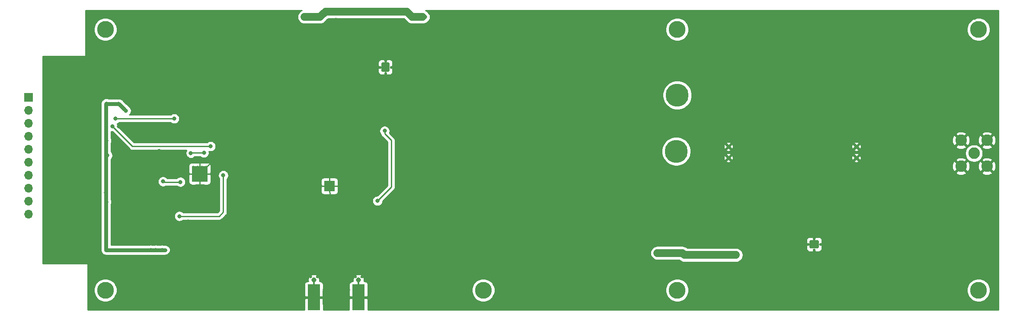
<source format=gbr>
G04 #@! TF.GenerationSoftware,KiCad,Pcbnew,5.1.5-52549c5~84~ubuntu18.04.1*
G04 #@! TF.CreationDate,2020-05-02T14:29:48+09:30*
G04 #@! TF.ProjectId,FrontEndMain,46726f6e-7445-46e6-944d-61696e2e6b69,rev?*
G04 #@! TF.SameCoordinates,Original*
G04 #@! TF.FileFunction,Copper,L2,Bot*
G04 #@! TF.FilePolarity,Positive*
%FSLAX46Y46*%
G04 Gerber Fmt 4.6, Leading zero omitted, Abs format (unit mm)*
G04 Created by KiCad (PCBNEW 5.1.5-52549c5~84~ubuntu18.04.1) date 2020-05-02 14:29:48*
%MOMM*%
%LPD*%
G04 APERTURE LIST*
%ADD10C,2.250000*%
%ADD11C,0.610000*%
%ADD12R,0.460000X0.950000*%
%ADD13C,0.970000*%
%ADD14R,2.420000X5.080000*%
%ADD15C,0.100000*%
%ADD16C,0.500000*%
%ADD17C,4.500880*%
%ADD18C,0.600000*%
%ADD19R,1.700000X1.700000*%
%ADD20O,1.700000X1.700000*%
%ADD21R,3.100000X3.100000*%
%ADD22C,0.800000*%
%ADD23C,3.300000*%
%ADD24C,0.750000*%
%ADD25C,0.250000*%
%ADD26C,1.500000*%
%ADD27C,0.254000*%
G04 APERTURE END LIST*
D10*
X228600000Y-72000000D03*
X226060000Y-74540000D03*
X231140000Y-74540000D03*
X231140000Y-69460000D03*
X226060000Y-69460000D03*
D11*
X205565000Y-72875000D03*
X205565000Y-70665000D03*
X180520000Y-72875000D03*
X180520000Y-70665000D03*
D12*
X108080000Y-97210000D03*
X99320000Y-97210000D03*
D13*
X108080000Y-96760000D03*
X99320000Y-96760000D03*
D14*
X108080000Y-100200000D03*
X99320000Y-100200000D03*
G04 #@! TA.AperFunction,Conductor*
D15*
G36*
X197974504Y-89001204D02*
G01*
X197998773Y-89004804D01*
X198022571Y-89010765D01*
X198045671Y-89019030D01*
X198067849Y-89029520D01*
X198088893Y-89042133D01*
X198108598Y-89056747D01*
X198126777Y-89073223D01*
X198143253Y-89091402D01*
X198157867Y-89111107D01*
X198170480Y-89132151D01*
X198180970Y-89154329D01*
X198189235Y-89177429D01*
X198195196Y-89201227D01*
X198198796Y-89225496D01*
X198200000Y-89250000D01*
X198200000Y-90350000D01*
X198198796Y-90374504D01*
X198195196Y-90398773D01*
X198189235Y-90422571D01*
X198180970Y-90445671D01*
X198170480Y-90467849D01*
X198157867Y-90488893D01*
X198143253Y-90508598D01*
X198126777Y-90526777D01*
X198108598Y-90543253D01*
X198088893Y-90557867D01*
X198067849Y-90570480D01*
X198045671Y-90580970D01*
X198022571Y-90589235D01*
X197998773Y-90595196D01*
X197974504Y-90598796D01*
X197950000Y-90600000D01*
X196650000Y-90600000D01*
X196625496Y-90598796D01*
X196601227Y-90595196D01*
X196577429Y-90589235D01*
X196554329Y-90580970D01*
X196532151Y-90570480D01*
X196511107Y-90557867D01*
X196491402Y-90543253D01*
X196473223Y-90526777D01*
X196456747Y-90508598D01*
X196442133Y-90488893D01*
X196429520Y-90467849D01*
X196419030Y-90445671D01*
X196410765Y-90422571D01*
X196404804Y-90398773D01*
X196401204Y-90374504D01*
X196400000Y-90350000D01*
X196400000Y-89250000D01*
X196401204Y-89225496D01*
X196404804Y-89201227D01*
X196410765Y-89177429D01*
X196419030Y-89154329D01*
X196429520Y-89132151D01*
X196442133Y-89111107D01*
X196456747Y-89091402D01*
X196473223Y-89073223D01*
X196491402Y-89056747D01*
X196511107Y-89042133D01*
X196532151Y-89029520D01*
X196554329Y-89019030D01*
X196577429Y-89010765D01*
X196601227Y-89004804D01*
X196625496Y-89001204D01*
X196650000Y-89000000D01*
X197950000Y-89000000D01*
X197974504Y-89001204D01*
G37*
G04 #@! TD.AperFunction*
D16*
X197950000Y-89250000D03*
X197950000Y-90350000D03*
X196650000Y-89250000D03*
X196650000Y-90350000D03*
X112800000Y-54475000D03*
X113900000Y-54475000D03*
X112800000Y-55775000D03*
X113900000Y-55775000D03*
G04 #@! TA.AperFunction,Conductor*
D15*
G36*
X113924504Y-54226204D02*
G01*
X113948773Y-54229804D01*
X113972571Y-54235765D01*
X113995671Y-54244030D01*
X114017849Y-54254520D01*
X114038893Y-54267133D01*
X114058598Y-54281747D01*
X114076777Y-54298223D01*
X114093253Y-54316402D01*
X114107867Y-54336107D01*
X114120480Y-54357151D01*
X114130970Y-54379329D01*
X114139235Y-54402429D01*
X114145196Y-54426227D01*
X114148796Y-54450496D01*
X114150000Y-54475000D01*
X114150000Y-55775000D01*
X114148796Y-55799504D01*
X114145196Y-55823773D01*
X114139235Y-55847571D01*
X114130970Y-55870671D01*
X114120480Y-55892849D01*
X114107867Y-55913893D01*
X114093253Y-55933598D01*
X114076777Y-55951777D01*
X114058598Y-55968253D01*
X114038893Y-55982867D01*
X114017849Y-55995480D01*
X113995671Y-56005970D01*
X113972571Y-56014235D01*
X113948773Y-56020196D01*
X113924504Y-56023796D01*
X113900000Y-56025000D01*
X112800000Y-56025000D01*
X112775496Y-56023796D01*
X112751227Y-56020196D01*
X112727429Y-56014235D01*
X112704329Y-56005970D01*
X112682151Y-55995480D01*
X112661107Y-55982867D01*
X112641402Y-55968253D01*
X112623223Y-55951777D01*
X112606747Y-55933598D01*
X112592133Y-55913893D01*
X112579520Y-55892849D01*
X112569030Y-55870671D01*
X112560765Y-55847571D01*
X112554804Y-55823773D01*
X112551204Y-55799504D01*
X112550000Y-55775000D01*
X112550000Y-54475000D01*
X112551204Y-54450496D01*
X112554804Y-54426227D01*
X112560765Y-54402429D01*
X112569030Y-54379329D01*
X112579520Y-54357151D01*
X112592133Y-54336107D01*
X112606747Y-54316402D01*
X112623223Y-54298223D01*
X112641402Y-54281747D01*
X112661107Y-54267133D01*
X112682151Y-54254520D01*
X112704329Y-54244030D01*
X112727429Y-54235765D01*
X112751227Y-54229804D01*
X112775496Y-54226204D01*
X112800000Y-54225000D01*
X113900000Y-54225000D01*
X113924504Y-54226204D01*
G37*
G04 #@! TD.AperFunction*
D17*
X170300000Y-71600000D03*
X170500000Y-60600000D03*
D18*
X101650000Y-79150000D03*
X101650000Y-78400000D03*
X101650000Y-77650000D03*
X102400000Y-79150000D03*
X102400000Y-78400000D03*
X102400000Y-77650000D03*
X103150000Y-79150000D03*
X103150000Y-78400000D03*
X103150000Y-77650000D03*
G04 #@! TA.AperFunction,Conductor*
D15*
G36*
X103224504Y-77351204D02*
G01*
X103248773Y-77354804D01*
X103272571Y-77360765D01*
X103295671Y-77369030D01*
X103317849Y-77379520D01*
X103338893Y-77392133D01*
X103358598Y-77406747D01*
X103376777Y-77423223D01*
X103393253Y-77441402D01*
X103407867Y-77461107D01*
X103420480Y-77482151D01*
X103430970Y-77504329D01*
X103439235Y-77527429D01*
X103445196Y-77551227D01*
X103448796Y-77575496D01*
X103450000Y-77600000D01*
X103450000Y-79200000D01*
X103448796Y-79224504D01*
X103445196Y-79248773D01*
X103439235Y-79272571D01*
X103430970Y-79295671D01*
X103420480Y-79317849D01*
X103407867Y-79338893D01*
X103393253Y-79358598D01*
X103376777Y-79376777D01*
X103358598Y-79393253D01*
X103338893Y-79407867D01*
X103317849Y-79420480D01*
X103295671Y-79430970D01*
X103272571Y-79439235D01*
X103248773Y-79445196D01*
X103224504Y-79448796D01*
X103200000Y-79450000D01*
X101600000Y-79450000D01*
X101575496Y-79448796D01*
X101551227Y-79445196D01*
X101527429Y-79439235D01*
X101504329Y-79430970D01*
X101482151Y-79420480D01*
X101461107Y-79407867D01*
X101441402Y-79393253D01*
X101423223Y-79376777D01*
X101406747Y-79358598D01*
X101392133Y-79338893D01*
X101379520Y-79317849D01*
X101369030Y-79295671D01*
X101360765Y-79272571D01*
X101354804Y-79248773D01*
X101351204Y-79224504D01*
X101350000Y-79200000D01*
X101350000Y-77600000D01*
X101351204Y-77575496D01*
X101354804Y-77551227D01*
X101360765Y-77527429D01*
X101369030Y-77504329D01*
X101379520Y-77482151D01*
X101392133Y-77461107D01*
X101406747Y-77441402D01*
X101423223Y-77423223D01*
X101441402Y-77406747D01*
X101461107Y-77392133D01*
X101482151Y-77379520D01*
X101504329Y-77369030D01*
X101527429Y-77360765D01*
X101551227Y-77354804D01*
X101575496Y-77351204D01*
X101600000Y-77350000D01*
X103200000Y-77350000D01*
X103224504Y-77351204D01*
G37*
G04 #@! TD.AperFunction*
D19*
X43500000Y-61040000D03*
D20*
X43500000Y-63580000D03*
X43500000Y-66120000D03*
X43500000Y-68660000D03*
X43500000Y-71200000D03*
X43500000Y-73740000D03*
X43500000Y-76280000D03*
X43500000Y-78820000D03*
X43500000Y-81360000D03*
X43500000Y-83900000D03*
D16*
X75700000Y-74700000D03*
X76566667Y-74700000D03*
X77433333Y-74700000D03*
X78300000Y-74700000D03*
X75700000Y-75566667D03*
X76566667Y-75566667D03*
X77433333Y-75566667D03*
X78300000Y-75566667D03*
X75700000Y-76433333D03*
X76566667Y-76433333D03*
X77433333Y-76433333D03*
X78300000Y-76433333D03*
X75700000Y-77300000D03*
X76566667Y-77300000D03*
X77433333Y-77300000D03*
X78300000Y-77300000D03*
D21*
X77000000Y-76000000D03*
D22*
X112400000Y-49500000D03*
X103800000Y-49500000D03*
X112500000Y-47700000D03*
X112500000Y-46000000D03*
X103700000Y-45900000D03*
X103800000Y-47700000D03*
X108100000Y-100900000D03*
X108000000Y-98700000D03*
X99400000Y-101000000D03*
X99300000Y-98600000D03*
X120700000Y-90300000D03*
X122200000Y-90300000D03*
X123600000Y-90300000D03*
D23*
X132500000Y-47770000D03*
D22*
X193320000Y-69400000D03*
X193320000Y-74480000D03*
X193320000Y-73210000D03*
X193320000Y-71940000D03*
X208460000Y-80660000D03*
X208460000Y-61610000D03*
X209730000Y-80660000D03*
X209730000Y-61610000D03*
X100500000Y-90900000D03*
X105150000Y-90950000D03*
X120400000Y-50600000D03*
X106600000Y-59600000D03*
X116600000Y-60900000D03*
X116500000Y-64200000D03*
X122500000Y-71600000D03*
X113300000Y-70000000D03*
X107600000Y-71800000D03*
X111900000Y-77900000D03*
X107900000Y-66000000D03*
X120800000Y-53700000D03*
X65900000Y-61600000D03*
X62600000Y-61200000D03*
X56725000Y-57675000D03*
X70475000Y-54425000D03*
X69800000Y-61800000D03*
X84600000Y-60000000D03*
X85700000Y-53200000D03*
X85800000Y-50100000D03*
X93100000Y-55300000D03*
X89000000Y-58200000D03*
X61200000Y-66700000D03*
X60800000Y-69500000D03*
X60900000Y-72100000D03*
X68025000Y-82400000D03*
X72300000Y-82300000D03*
X73000000Y-83000000D03*
X66900000Y-88100000D03*
X68100000Y-88100000D03*
X90100000Y-80200000D03*
X90100000Y-79300000D03*
X85300000Y-80200000D03*
X85300000Y-79200000D03*
X93000000Y-77400000D03*
X80800000Y-62300000D03*
X80400000Y-58300000D03*
X68700000Y-66600000D03*
X69000000Y-71500000D03*
X91300000Y-69400000D03*
X91700000Y-72500000D03*
X86400000Y-72500000D03*
X86300000Y-69800000D03*
X86200000Y-75300000D03*
X48400000Y-89700000D03*
X50600000Y-89700000D03*
X52700000Y-89700000D03*
X54600000Y-89700000D03*
X56100000Y-89700000D03*
X203000000Y-93300000D03*
X192200000Y-89900000D03*
X191250000Y-89250000D03*
X190500000Y-87100000D03*
X196950000Y-81750000D03*
X198050000Y-81750000D03*
X55700000Y-63300000D03*
X55600000Y-60600000D03*
X55500000Y-80200000D03*
X60900000Y-79400000D03*
X60900000Y-82900000D03*
X55500000Y-82200000D03*
X55600000Y-84500000D03*
X55500000Y-87400000D03*
X55600000Y-91900000D03*
X55600000Y-94200000D03*
X55700000Y-96900000D03*
X55700000Y-99700000D03*
X55700000Y-101900000D03*
X58200000Y-101900000D03*
X60800000Y-102000000D03*
X63600000Y-102000000D03*
X66100000Y-102000000D03*
X70000000Y-101900000D03*
X73400000Y-102000000D03*
X76800000Y-101800000D03*
X67100000Y-82700000D03*
X67600000Y-85700000D03*
X74700000Y-85300000D03*
X73300000Y-87100000D03*
X75000000Y-86600000D03*
X79800000Y-101800000D03*
X82700000Y-101800000D03*
X85900000Y-101700000D03*
X88600000Y-101900000D03*
X91700000Y-101800000D03*
X94400000Y-101800000D03*
X96700000Y-101700000D03*
X96600000Y-99000000D03*
X96600000Y-96500000D03*
X98400000Y-94600000D03*
X100700000Y-95700000D03*
X101600000Y-101900000D03*
X101500000Y-98600000D03*
X101600000Y-93500000D03*
X100200000Y-88900000D03*
X99000000Y-85900000D03*
X99000000Y-82900000D03*
X98400000Y-80400000D03*
X96200000Y-84400000D03*
X93800000Y-85100000D03*
X92200000Y-87000000D03*
X88900000Y-87000000D03*
X86000000Y-87300000D03*
X84400000Y-89300000D03*
X85300000Y-92300000D03*
X82200000Y-92400000D03*
X79100000Y-92200000D03*
X75700000Y-92200000D03*
X72900000Y-92400000D03*
X69000000Y-92700000D03*
X65400000Y-92700000D03*
X62400000Y-88900000D03*
X61600000Y-85500000D03*
X65500000Y-96500000D03*
X74100000Y-97600000D03*
X85800000Y-97200000D03*
X94200000Y-92100000D03*
X70300000Y-52300000D03*
X71900000Y-50700000D03*
X73900000Y-48900000D03*
X75300000Y-47400000D03*
X79700000Y-47500000D03*
X84300000Y-47700000D03*
X88100000Y-47600000D03*
X93000000Y-47400000D03*
X94500000Y-49800000D03*
X94700000Y-54700000D03*
X90200000Y-52000000D03*
X86000000Y-61000000D03*
X83500000Y-66100000D03*
X78800000Y-60000000D03*
X78900000Y-67100000D03*
X87000000Y-66600000D03*
X90100000Y-67000000D03*
X89300000Y-63700000D03*
X93400000Y-62800000D03*
X95800000Y-60500000D03*
X98100000Y-62100000D03*
X97300000Y-65900000D03*
X97800000Y-69500000D03*
X98400000Y-73400000D03*
X94800000Y-74500000D03*
X95000000Y-68600000D03*
X98300000Y-56300000D03*
X98300000Y-47800000D03*
X100900000Y-47300000D03*
X102000000Y-52700000D03*
X99700000Y-54500000D03*
X99400000Y-50500000D03*
X109700000Y-50200000D03*
X105600000Y-49700000D03*
X104800000Y-50900000D03*
X104100000Y-56300000D03*
X102600000Y-57200000D03*
X106600000Y-55800000D03*
X111600000Y-51600000D03*
X112900000Y-52500000D03*
X114400000Y-51200000D03*
X118800000Y-47500000D03*
X121700000Y-47600000D03*
X122200000Y-50800000D03*
X111500000Y-57500000D03*
X114900000Y-57500000D03*
X118700000Y-57700000D03*
X122600000Y-57900000D03*
X122500000Y-63300000D03*
X123000000Y-67000000D03*
X125400000Y-69800000D03*
X129700000Y-71300000D03*
X134400000Y-71000000D03*
X137100000Y-67600000D03*
X140800000Y-64400000D03*
X144600000Y-62900000D03*
X149200000Y-62700000D03*
X151900000Y-63600000D03*
X155100000Y-63000000D03*
X159800000Y-62900000D03*
X126800000Y-63900000D03*
X129800000Y-65700000D03*
X133400000Y-63400000D03*
X136400000Y-60600000D03*
X140000000Y-58400000D03*
X148700000Y-58100000D03*
X144700000Y-58200000D03*
X154300000Y-58300000D03*
X159400000Y-58100000D03*
X126000000Y-45700000D03*
X126400000Y-51200000D03*
X126200000Y-56100000D03*
X126400000Y-59500000D03*
X129700000Y-45500000D03*
X134500000Y-45300000D03*
X140500000Y-45200000D03*
X146000000Y-45300000D03*
X153400000Y-45200000D03*
X159400000Y-45700000D03*
X163800000Y-45000000D03*
X167800000Y-45300000D03*
X174800000Y-45300000D03*
X182400000Y-45100000D03*
X189100000Y-45100000D03*
X195200000Y-45200000D03*
X201900000Y-45500000D03*
X210600000Y-44900000D03*
X215900000Y-44700000D03*
X223100000Y-44900000D03*
X228700000Y-45500000D03*
X232300000Y-51900000D03*
X232500000Y-59000000D03*
X232100000Y-65100000D03*
X232700000Y-78700000D03*
X220700000Y-74500000D03*
X223400000Y-74400000D03*
X220700000Y-69200000D03*
X223200000Y-69300000D03*
X213300000Y-74800000D03*
X216700000Y-75200000D03*
X218400000Y-75100000D03*
X218800000Y-67200000D03*
X216600000Y-67100000D03*
X213800000Y-67000000D03*
X216600000Y-63500000D03*
X213400000Y-63500000D03*
X210700000Y-63300000D03*
X207900000Y-63700000D03*
X207500000Y-66700000D03*
X208900000Y-67200000D03*
X209000000Y-75300000D03*
X206500000Y-74600000D03*
X203700000Y-74100000D03*
X201900000Y-74900000D03*
X199300000Y-74900000D03*
X196300000Y-74700000D03*
X195600000Y-72100000D03*
X196800000Y-71700000D03*
X203300000Y-69500000D03*
X205800000Y-68600000D03*
X202000000Y-67400000D03*
X199300000Y-67300000D03*
X196600000Y-66600000D03*
X193800000Y-66800000D03*
X191600000Y-66800000D03*
X189600000Y-67300000D03*
X187300000Y-67100000D03*
X184600000Y-67200000D03*
X183800000Y-69100000D03*
X181800000Y-69500000D03*
X180300000Y-68800000D03*
X178700000Y-68800000D03*
X176400000Y-68500000D03*
X174200000Y-68500000D03*
X172800000Y-68500000D03*
X171100000Y-68000000D03*
X170100000Y-66300000D03*
X170400000Y-64900000D03*
X168500000Y-63600000D03*
X166000000Y-63100000D03*
X165300000Y-64300000D03*
X165100000Y-66800000D03*
X164800000Y-70600000D03*
X166700000Y-71000000D03*
X168000000Y-68900000D03*
X167500000Y-66500000D03*
X167200000Y-73100000D03*
X168700000Y-74800000D03*
X171400000Y-75600000D03*
X173300000Y-75000000D03*
X176300000Y-74900000D03*
X179100000Y-74700000D03*
X182500000Y-75000000D03*
X183700000Y-74000000D03*
X183500000Y-76300000D03*
X183300000Y-79100000D03*
X187700000Y-79400000D03*
X192500000Y-79900000D03*
X193400000Y-76700000D03*
X183300000Y-83700000D03*
X186400000Y-84200000D03*
X183400000Y-81400000D03*
X164800000Y-75200000D03*
X164800000Y-81400000D03*
X165300000Y-87900000D03*
X169300000Y-88700000D03*
X172600000Y-89400000D03*
X177000000Y-89600000D03*
X180900000Y-89000000D03*
X184200000Y-89100000D03*
X231800000Y-83900000D03*
X231600000Y-88900000D03*
X231700000Y-94500000D03*
X232300000Y-101600000D03*
X225600000Y-100900000D03*
X219700000Y-100600000D03*
X211500000Y-101200000D03*
X208500000Y-101800000D03*
X189200000Y-101800000D03*
X182900000Y-101500000D03*
X175900000Y-101500000D03*
X168600000Y-101900000D03*
X160900000Y-101600000D03*
X153500000Y-101400000D03*
X146000000Y-101200000D03*
X140200000Y-102000000D03*
X131600000Y-101500000D03*
X122400000Y-101500000D03*
X115100000Y-101400000D03*
X152400000Y-70400000D03*
X145600000Y-78800000D03*
X131800000Y-82600000D03*
X148300000Y-89900000D03*
X156500000Y-83200000D03*
X151500000Y-51500000D03*
X180200000Y-52500000D03*
X194300000Y-52600000D03*
X211400000Y-52100000D03*
X221400000Y-52000000D03*
X186100000Y-58500000D03*
X195800000Y-59700000D03*
X204400000Y-56900000D03*
X211300000Y-85700000D03*
X222100000Y-87000000D03*
X215400000Y-94300000D03*
X105900000Y-101500000D03*
X106000000Y-98700000D03*
X105800000Y-96100000D03*
X105900000Y-93800000D03*
X105500000Y-92500000D03*
X105500000Y-89400000D03*
X105900000Y-87200000D03*
X106300000Y-85800000D03*
X106100000Y-84500000D03*
X106500000Y-83000000D03*
X105000000Y-81500000D03*
X108500000Y-83600000D03*
X111300000Y-83300000D03*
X108500000Y-86700000D03*
X109300000Y-90800000D03*
X113800000Y-95500000D03*
X120000000Y-95000000D03*
X120900000Y-80700000D03*
X127100000Y-75100000D03*
X126900000Y-83000000D03*
X133800000Y-89300000D03*
X138600000Y-77200000D03*
X142000000Y-85600000D03*
X140800000Y-94200000D03*
X129400000Y-94400000D03*
X100100000Y-87100000D03*
X99600000Y-84300000D03*
X99600000Y-81200000D03*
X98800000Y-76400000D03*
X100000000Y-75300000D03*
X104200000Y-74900000D03*
X105000000Y-75800000D03*
X106700000Y-79800000D03*
X109700000Y-79600000D03*
X102000000Y-95100000D03*
X101700000Y-96600000D03*
X115900000Y-74400000D03*
X117100000Y-80700000D03*
X116000000Y-86600000D03*
X116200000Y-67200000D03*
X120500000Y-86500000D03*
X125800000Y-86800000D03*
X123700000Y-95500000D03*
X117200000Y-53700000D03*
X111800000Y-81300000D03*
X113200000Y-67600000D03*
X69799996Y-77500000D03*
X73200000Y-77600000D03*
X73000000Y-84300000D03*
X81600000Y-76300000D03*
X79125000Y-70625000D03*
X59900000Y-66700000D03*
X72000000Y-65200000D03*
X60500000Y-65200000D03*
X58700000Y-81500000D03*
X58900000Y-72400000D03*
X58700000Y-69500000D03*
X77800000Y-71900000D03*
X75250000Y-71950000D03*
X61100000Y-62300000D03*
X62050000Y-63150000D03*
X62550000Y-63650000D03*
X58600004Y-79700000D03*
X68400000Y-90900000D03*
X69600000Y-90900000D03*
X67400000Y-90900000D03*
D23*
X58500000Y-47770000D03*
X229500000Y-47770000D03*
X229500000Y-98770000D03*
X58500000Y-98770000D03*
X170500000Y-47770000D03*
X132500000Y-98770000D03*
X170500000Y-98770000D03*
D22*
X178600000Y-91900000D03*
X180000000Y-91900000D03*
X182000000Y-91900000D03*
X181200000Y-91900000D03*
X166600000Y-91500000D03*
X168200000Y-91500000D03*
X169400000Y-91500000D03*
X170800000Y-91500000D03*
X118600000Y-45300000D03*
X119900000Y-45300000D03*
X121100000Y-45300000D03*
X97500000Y-45300000D03*
X98900000Y-45300000D03*
X100100000Y-45300000D03*
D24*
X103700000Y-45900000D02*
X103700000Y-50200000D01*
X112500000Y-46000000D02*
X112500000Y-50100000D01*
X103800000Y-49900000D02*
X104800000Y-50900000D01*
X103800000Y-49500000D02*
X103800000Y-49900000D01*
X112700000Y-49500000D02*
X114400000Y-51200000D01*
X112400000Y-49500000D02*
X112700000Y-49500000D01*
D25*
X77000000Y-76000000D02*
X79000000Y-76000000D01*
X77000000Y-76000000D02*
X75000000Y-76000000D01*
X77000000Y-76000000D02*
X77000000Y-73700000D01*
X77000000Y-76000000D02*
X77000000Y-78200000D01*
X78300000Y-74700000D02*
X79100000Y-73900000D01*
X101650000Y-78400000D02*
X100000000Y-78400000D01*
X103150000Y-78400000D02*
X104600000Y-78400000D01*
X102400000Y-77650000D02*
X102400000Y-76500000D01*
X102400000Y-79574264D02*
X102500000Y-79674264D01*
X102400000Y-79150000D02*
X102400000Y-79574264D01*
X102500000Y-79674264D02*
X102500000Y-80400000D01*
X113200000Y-68165685D02*
X114500000Y-69465685D01*
X113200000Y-67600000D02*
X113200000Y-68165685D01*
X114500000Y-78600000D02*
X111800000Y-81300000D01*
X114500000Y-69465685D02*
X114500000Y-78600000D01*
X69899996Y-77600000D02*
X69799996Y-77500000D01*
X73200000Y-77600000D02*
X69899996Y-77600000D01*
X73000000Y-84300000D02*
X80800000Y-84300000D01*
X81600000Y-83500000D02*
X81600000Y-76865685D01*
X80800000Y-84300000D02*
X81600000Y-83500000D01*
X81600000Y-76865685D02*
X81600000Y-76300000D01*
X60299999Y-67099999D02*
X59900000Y-66700000D01*
X63825000Y-70625000D02*
X60299999Y-67099999D01*
X79125000Y-70625000D02*
X63825000Y-70625000D01*
X72000000Y-65200000D02*
X72000000Y-65200000D01*
X60500000Y-65200000D02*
X60500000Y-65200000D01*
X60500000Y-65200000D02*
X72000000Y-65200000D01*
X75300000Y-71900000D02*
X75250000Y-71950000D01*
X77800000Y-71900000D02*
X75300000Y-71900000D01*
D24*
X58600000Y-62300000D02*
X58700000Y-62200000D01*
X58600000Y-62300000D02*
X61100000Y-62300000D01*
X61100000Y-62300000D02*
X61200000Y-62300000D01*
X61200000Y-62300000D02*
X62050000Y-63150000D01*
X61100000Y-62300000D02*
X61100000Y-62300000D01*
X62050000Y-63150000D02*
X62300000Y-63400000D01*
X58600004Y-90899996D02*
X58600004Y-80265685D01*
X58600000Y-62300000D02*
X58600004Y-62300004D01*
X58600004Y-80265685D02*
X58600004Y-79700000D01*
X58600004Y-79134315D02*
X58600004Y-79700000D01*
X58600000Y-90900000D02*
X58600004Y-90899996D01*
X58600004Y-62300004D02*
X58600004Y-79134315D01*
X58600000Y-90900000D02*
X67400000Y-90900000D01*
X68400000Y-90900000D02*
X69600000Y-90900000D01*
X69600000Y-90900000D02*
X70200000Y-90900000D01*
X67400000Y-90900000D02*
X68400000Y-90900000D01*
D26*
X171500000Y-91500000D02*
X166600000Y-91500000D01*
X182000000Y-91900000D02*
X171900000Y-91900000D01*
X171900000Y-91900000D02*
X171500000Y-91500000D01*
X97500000Y-45300000D02*
X100500000Y-45300000D01*
X100500000Y-45300000D02*
X101200000Y-44600000D01*
X101300000Y-44600000D02*
X101654990Y-44245010D01*
X101200000Y-44600000D02*
X101300000Y-44600000D01*
X117545010Y-44245010D02*
X118600000Y-45300000D01*
X101654990Y-44245010D02*
X117545010Y-44245010D01*
X118600000Y-45300000D02*
X120600000Y-45300000D01*
D27*
G36*
X96726812Y-44142843D02*
G01*
X96515919Y-44315919D01*
X96342843Y-44526812D01*
X96214236Y-44767419D01*
X96135040Y-45028493D01*
X96108299Y-45300000D01*
X96135040Y-45571507D01*
X96214236Y-45832581D01*
X96342843Y-46073188D01*
X96515919Y-46284081D01*
X96726812Y-46457157D01*
X96967419Y-46585764D01*
X97228493Y-46664960D01*
X97431963Y-46685000D01*
X100431971Y-46685000D01*
X100500000Y-46691700D01*
X100568029Y-46685000D01*
X100568037Y-46685000D01*
X100771507Y-46664960D01*
X101032581Y-46585764D01*
X101273188Y-46457157D01*
X101484081Y-46284081D01*
X101527455Y-46231230D01*
X101919241Y-45839443D01*
X102073188Y-45757157D01*
X102228117Y-45630010D01*
X116971325Y-45630010D01*
X117572550Y-46231236D01*
X117615919Y-46284081D01*
X117668764Y-46327450D01*
X117668766Y-46327452D01*
X117781099Y-46419641D01*
X117826812Y-46457157D01*
X118067419Y-46585764D01*
X118328493Y-46664960D01*
X118531963Y-46685000D01*
X118531972Y-46685000D01*
X118599999Y-46691700D01*
X118668026Y-46685000D01*
X120668037Y-46685000D01*
X120871507Y-46664960D01*
X121132581Y-46585764D01*
X121373188Y-46457157D01*
X121584081Y-46284081D01*
X121698105Y-46145143D01*
X121759774Y-46103937D01*
X121903937Y-45959774D01*
X122017205Y-45790256D01*
X122095226Y-45601898D01*
X122135000Y-45401939D01*
X122135000Y-45198061D01*
X122095226Y-44998102D01*
X122017205Y-44809744D01*
X121903937Y-44640226D01*
X121759774Y-44496063D01*
X121698105Y-44454857D01*
X121584081Y-44315919D01*
X121373188Y-44142843D01*
X121156461Y-44027000D01*
X233340000Y-44027000D01*
X233340001Y-102610000D01*
X109927895Y-102610000D01*
X109925000Y-100485750D01*
X109766250Y-100327000D01*
X108207000Y-100327000D01*
X108207000Y-100347000D01*
X107953000Y-100347000D01*
X107953000Y-100327000D01*
X106393750Y-100327000D01*
X106235000Y-100485750D01*
X106232105Y-102610000D01*
X101167895Y-102610000D01*
X101165000Y-100485750D01*
X101006250Y-100327000D01*
X99447000Y-100327000D01*
X99447000Y-100347000D01*
X99193000Y-100347000D01*
X99193000Y-100327000D01*
X97633750Y-100327000D01*
X97475000Y-100485750D01*
X97472105Y-102610000D01*
X55027000Y-102610000D01*
X55027000Y-98544947D01*
X56215000Y-98544947D01*
X56215000Y-98995053D01*
X56302811Y-99436510D01*
X56475059Y-99852353D01*
X56725125Y-100226603D01*
X57043397Y-100544875D01*
X57417647Y-100794941D01*
X57833490Y-100967189D01*
X58274947Y-101055000D01*
X58725053Y-101055000D01*
X59166510Y-100967189D01*
X59582353Y-100794941D01*
X59956603Y-100544875D01*
X60274875Y-100226603D01*
X60524941Y-99852353D01*
X60697189Y-99436510D01*
X60785000Y-98995053D01*
X60785000Y-98544947D01*
X60697189Y-98103490D01*
X60524941Y-97687647D01*
X60506468Y-97660000D01*
X97471928Y-97660000D01*
X97475000Y-99914250D01*
X97633750Y-100073000D01*
X99193000Y-100073000D01*
X99193000Y-100053000D01*
X99447000Y-100053000D01*
X99447000Y-100073000D01*
X101006250Y-100073000D01*
X101165000Y-99914250D01*
X101168072Y-97660000D01*
X106231928Y-97660000D01*
X106235000Y-99914250D01*
X106393750Y-100073000D01*
X107953000Y-100073000D01*
X107953000Y-100053000D01*
X108207000Y-100053000D01*
X108207000Y-100073000D01*
X109766250Y-100073000D01*
X109925000Y-99914250D01*
X109926866Y-98544947D01*
X130215000Y-98544947D01*
X130215000Y-98995053D01*
X130302811Y-99436510D01*
X130475059Y-99852353D01*
X130725125Y-100226603D01*
X131043397Y-100544875D01*
X131417647Y-100794941D01*
X131833490Y-100967189D01*
X132274947Y-101055000D01*
X132725053Y-101055000D01*
X133166510Y-100967189D01*
X133582353Y-100794941D01*
X133956603Y-100544875D01*
X134274875Y-100226603D01*
X134524941Y-99852353D01*
X134697189Y-99436510D01*
X134785000Y-98995053D01*
X134785000Y-98544947D01*
X168215000Y-98544947D01*
X168215000Y-98995053D01*
X168302811Y-99436510D01*
X168475059Y-99852353D01*
X168725125Y-100226603D01*
X169043397Y-100544875D01*
X169417647Y-100794941D01*
X169833490Y-100967189D01*
X170274947Y-101055000D01*
X170725053Y-101055000D01*
X171166510Y-100967189D01*
X171582353Y-100794941D01*
X171956603Y-100544875D01*
X172274875Y-100226603D01*
X172524941Y-99852353D01*
X172697189Y-99436510D01*
X172785000Y-98995053D01*
X172785000Y-98544947D01*
X227215000Y-98544947D01*
X227215000Y-98995053D01*
X227302811Y-99436510D01*
X227475059Y-99852353D01*
X227725125Y-100226603D01*
X228043397Y-100544875D01*
X228417647Y-100794941D01*
X228833490Y-100967189D01*
X229274947Y-101055000D01*
X229725053Y-101055000D01*
X230166510Y-100967189D01*
X230582353Y-100794941D01*
X230956603Y-100544875D01*
X231274875Y-100226603D01*
X231524941Y-99852353D01*
X231697189Y-99436510D01*
X231785000Y-98995053D01*
X231785000Y-98544947D01*
X231697189Y-98103490D01*
X231524941Y-97687647D01*
X231274875Y-97313397D01*
X230956603Y-96995125D01*
X230582353Y-96745059D01*
X230166510Y-96572811D01*
X229725053Y-96485000D01*
X229274947Y-96485000D01*
X228833490Y-96572811D01*
X228417647Y-96745059D01*
X228043397Y-96995125D01*
X227725125Y-97313397D01*
X227475059Y-97687647D01*
X227302811Y-98103490D01*
X227215000Y-98544947D01*
X172785000Y-98544947D01*
X172697189Y-98103490D01*
X172524941Y-97687647D01*
X172274875Y-97313397D01*
X171956603Y-96995125D01*
X171582353Y-96745059D01*
X171166510Y-96572811D01*
X170725053Y-96485000D01*
X170274947Y-96485000D01*
X169833490Y-96572811D01*
X169417647Y-96745059D01*
X169043397Y-96995125D01*
X168725125Y-97313397D01*
X168475059Y-97687647D01*
X168302811Y-98103490D01*
X168215000Y-98544947D01*
X134785000Y-98544947D01*
X134697189Y-98103490D01*
X134524941Y-97687647D01*
X134274875Y-97313397D01*
X133956603Y-96995125D01*
X133582353Y-96745059D01*
X133166510Y-96572811D01*
X132725053Y-96485000D01*
X132274947Y-96485000D01*
X131833490Y-96572811D01*
X131417647Y-96745059D01*
X131043397Y-96995125D01*
X130725125Y-97313397D01*
X130475059Y-97687647D01*
X130302811Y-98103490D01*
X130215000Y-98544947D01*
X109926866Y-98544947D01*
X109928072Y-97660000D01*
X109915812Y-97535518D01*
X109879502Y-97415820D01*
X109820537Y-97305506D01*
X109741185Y-97208815D01*
X109644494Y-97129463D01*
X109534180Y-97070498D01*
X109414482Y-97034188D01*
X109290000Y-97021928D01*
X109168986Y-97022330D01*
X109196981Y-96897555D01*
X109202355Y-96676999D01*
X109164596Y-96459633D01*
X109085158Y-96253811D01*
X109059316Y-96205466D01*
X108847416Y-96172189D01*
X108746695Y-96272910D01*
X108675048Y-96211669D01*
X108565937Y-96150507D01*
X108523647Y-96136748D01*
X108667811Y-95992584D01*
X108634534Y-95780684D01*
X108432824Y-95691317D01*
X108217555Y-95643019D01*
X107996999Y-95637645D01*
X107779633Y-95675404D01*
X107573811Y-95754842D01*
X107525466Y-95780684D01*
X107492189Y-95992584D01*
X107636353Y-96136748D01*
X107594063Y-96150507D01*
X107484952Y-96211669D01*
X107413305Y-96272910D01*
X107312584Y-96172189D01*
X107100684Y-96205466D01*
X107011317Y-96407176D01*
X106963019Y-96622445D01*
X106957645Y-96843001D01*
X106988795Y-97022323D01*
X106870000Y-97021928D01*
X106745518Y-97034188D01*
X106625820Y-97070498D01*
X106515506Y-97129463D01*
X106418815Y-97208815D01*
X106339463Y-97305506D01*
X106280498Y-97415820D01*
X106244188Y-97535518D01*
X106231928Y-97660000D01*
X101168072Y-97660000D01*
X101155812Y-97535518D01*
X101119502Y-97415820D01*
X101060537Y-97305506D01*
X100981185Y-97208815D01*
X100884494Y-97129463D01*
X100774180Y-97070498D01*
X100654482Y-97034188D01*
X100530000Y-97021928D01*
X100408986Y-97022330D01*
X100436981Y-96897555D01*
X100442355Y-96676999D01*
X100404596Y-96459633D01*
X100325158Y-96253811D01*
X100299316Y-96205466D01*
X100087416Y-96172189D01*
X99986695Y-96272910D01*
X99915048Y-96211669D01*
X99805937Y-96150507D01*
X99763647Y-96136748D01*
X99907811Y-95992584D01*
X99874534Y-95780684D01*
X99672824Y-95691317D01*
X99457555Y-95643019D01*
X99236999Y-95637645D01*
X99019633Y-95675404D01*
X98813811Y-95754842D01*
X98765466Y-95780684D01*
X98732189Y-95992584D01*
X98876353Y-96136748D01*
X98834063Y-96150507D01*
X98724952Y-96211669D01*
X98653305Y-96272910D01*
X98552584Y-96172189D01*
X98340684Y-96205466D01*
X98251317Y-96407176D01*
X98203019Y-96622445D01*
X98197645Y-96843001D01*
X98228795Y-97022323D01*
X98110000Y-97021928D01*
X97985518Y-97034188D01*
X97865820Y-97070498D01*
X97755506Y-97129463D01*
X97658815Y-97208815D01*
X97579463Y-97305506D01*
X97520498Y-97415820D01*
X97484188Y-97535518D01*
X97471928Y-97660000D01*
X60506468Y-97660000D01*
X60274875Y-97313397D01*
X59956603Y-96995125D01*
X59582353Y-96745059D01*
X59166510Y-96572811D01*
X58725053Y-96485000D01*
X58274947Y-96485000D01*
X57833490Y-96572811D01*
X57417647Y-96745059D01*
X57043397Y-96995125D01*
X56725125Y-97313397D01*
X56475059Y-97687647D01*
X56302811Y-98103490D01*
X56215000Y-98544947D01*
X55027000Y-98544947D01*
X55027000Y-93700000D01*
X55024560Y-93675224D01*
X55017333Y-93651399D01*
X55005597Y-93629443D01*
X54989803Y-93610197D01*
X54970557Y-93594403D01*
X54948601Y-93582667D01*
X54924776Y-93575440D01*
X54900000Y-93573000D01*
X46227000Y-93573000D01*
X46227000Y-79598061D01*
X57565004Y-79598061D01*
X57565004Y-79801939D01*
X57590004Y-79927623D01*
X57590004Y-80315292D01*
X57590005Y-80315302D01*
X57590004Y-90850352D01*
X57585114Y-90900000D01*
X57604615Y-91097994D01*
X57662368Y-91288380D01*
X57756153Y-91463840D01*
X57882367Y-91617633D01*
X58036160Y-91743847D01*
X58211620Y-91837632D01*
X58401482Y-91895226D01*
X58402006Y-91895385D01*
X58600000Y-91914886D01*
X58649608Y-91910000D01*
X67172377Y-91910000D01*
X67298061Y-91935000D01*
X67501939Y-91935000D01*
X67627623Y-91910000D01*
X68172377Y-91910000D01*
X68298061Y-91935000D01*
X68501939Y-91935000D01*
X68627623Y-91910000D01*
X69372377Y-91910000D01*
X69498061Y-91935000D01*
X69701939Y-91935000D01*
X69827623Y-91910000D01*
X70249608Y-91910000D01*
X70397994Y-91895385D01*
X70588380Y-91837632D01*
X70763840Y-91743847D01*
X70917633Y-91617633D01*
X71014171Y-91500000D01*
X165208299Y-91500000D01*
X165235040Y-91771507D01*
X165314236Y-92032581D01*
X165442843Y-92273188D01*
X165615919Y-92484081D01*
X165826812Y-92657157D01*
X166067419Y-92785764D01*
X166328493Y-92864960D01*
X166531963Y-92885000D01*
X170917039Y-92885000D01*
X171126812Y-93057157D01*
X171367419Y-93185764D01*
X171628493Y-93264960D01*
X171831963Y-93285000D01*
X171831972Y-93285000D01*
X171899999Y-93291700D01*
X171968026Y-93285000D01*
X182068037Y-93285000D01*
X182271507Y-93264960D01*
X182532581Y-93185764D01*
X182773188Y-93057157D01*
X182984081Y-92884081D01*
X183157157Y-92673188D01*
X183285764Y-92432581D01*
X183364960Y-92171507D01*
X183391701Y-91900000D01*
X183364960Y-91628493D01*
X183285764Y-91367419D01*
X183157157Y-91126812D01*
X182984081Y-90915919D01*
X182773188Y-90742843D01*
X182532581Y-90614236D01*
X182271507Y-90535040D01*
X182068037Y-90515000D01*
X172482961Y-90515000D01*
X172273188Y-90342843D01*
X172032581Y-90214236D01*
X171771507Y-90135040D01*
X171568037Y-90115000D01*
X171568029Y-90115000D01*
X171500000Y-90108300D01*
X171431971Y-90115000D01*
X166531963Y-90115000D01*
X166328493Y-90135040D01*
X166067419Y-90214236D01*
X165826812Y-90342843D01*
X165615919Y-90515919D01*
X165442843Y-90726812D01*
X165314236Y-90967419D01*
X165235040Y-91228493D01*
X165208299Y-91500000D01*
X71014171Y-91500000D01*
X71043847Y-91463840D01*
X71137632Y-91288380D01*
X71195385Y-91097994D01*
X71214886Y-90900000D01*
X71195385Y-90702006D01*
X71137632Y-90511620D01*
X71043847Y-90336160D01*
X70917633Y-90182367D01*
X70763840Y-90056153D01*
X70588380Y-89962368D01*
X70397994Y-89904615D01*
X70249608Y-89890000D01*
X69827623Y-89890000D01*
X69701939Y-89865000D01*
X69498061Y-89865000D01*
X69372377Y-89890000D01*
X68627623Y-89890000D01*
X68501939Y-89865000D01*
X68298061Y-89865000D01*
X68172377Y-89890000D01*
X67627623Y-89890000D01*
X67501939Y-89865000D01*
X67298061Y-89865000D01*
X67172377Y-89890000D01*
X59610004Y-89890000D01*
X59610004Y-89000000D01*
X195761928Y-89000000D01*
X195765000Y-89514250D01*
X195827166Y-89576416D01*
X195865173Y-89668174D01*
X195920101Y-89669351D01*
X195923750Y-89673000D01*
X196229516Y-89673000D01*
X196227784Y-89753836D01*
X196273948Y-89800000D01*
X196227784Y-89846164D01*
X196229516Y-89927000D01*
X195923750Y-89927000D01*
X195920101Y-89930649D01*
X195865173Y-89931826D01*
X195827406Y-90023344D01*
X195765000Y-90085750D01*
X195761928Y-90600000D01*
X195774188Y-90724482D01*
X195810498Y-90844180D01*
X195869463Y-90954494D01*
X195948815Y-91051185D01*
X196045506Y-91130537D01*
X196155820Y-91189502D01*
X196275518Y-91225812D01*
X196400000Y-91238072D01*
X197014250Y-91235000D01*
X197173000Y-91076250D01*
X197173000Y-90768342D01*
X197243807Y-90769859D01*
X197246164Y-90772216D01*
X197300000Y-90771063D01*
X197353836Y-90772216D01*
X197356193Y-90769859D01*
X197427000Y-90768342D01*
X197427000Y-91076250D01*
X197585750Y-91235000D01*
X198200000Y-91238072D01*
X198324482Y-91225812D01*
X198444180Y-91189502D01*
X198554494Y-91130537D01*
X198651185Y-91051185D01*
X198730537Y-90954494D01*
X198789502Y-90844180D01*
X198825812Y-90724482D01*
X198838072Y-90600000D01*
X198835000Y-90085750D01*
X198772834Y-90023584D01*
X198734827Y-89931826D01*
X198679899Y-89930649D01*
X198676250Y-89927000D01*
X198370484Y-89927000D01*
X198372216Y-89846164D01*
X198326052Y-89800000D01*
X198372216Y-89753836D01*
X198370484Y-89673000D01*
X198676250Y-89673000D01*
X198679899Y-89669351D01*
X198734827Y-89668174D01*
X198772594Y-89576656D01*
X198835000Y-89514250D01*
X198838072Y-89000000D01*
X198825812Y-88875518D01*
X198789502Y-88755820D01*
X198730537Y-88645506D01*
X198651185Y-88548815D01*
X198554494Y-88469463D01*
X198444180Y-88410498D01*
X198324482Y-88374188D01*
X198200000Y-88361928D01*
X197585750Y-88365000D01*
X197427000Y-88523750D01*
X197427000Y-88831658D01*
X197356193Y-88830141D01*
X197353836Y-88827784D01*
X197300000Y-88828937D01*
X197246164Y-88827784D01*
X197243807Y-88830141D01*
X197173000Y-88831658D01*
X197173000Y-88523750D01*
X197014250Y-88365000D01*
X196400000Y-88361928D01*
X196275518Y-88374188D01*
X196155820Y-88410498D01*
X196045506Y-88469463D01*
X195948815Y-88548815D01*
X195869463Y-88645506D01*
X195810498Y-88755820D01*
X195774188Y-88875518D01*
X195761928Y-89000000D01*
X59610004Y-89000000D01*
X59610004Y-84198061D01*
X71965000Y-84198061D01*
X71965000Y-84401939D01*
X72004774Y-84601898D01*
X72082795Y-84790256D01*
X72196063Y-84959774D01*
X72340226Y-85103937D01*
X72509744Y-85217205D01*
X72698102Y-85295226D01*
X72898061Y-85335000D01*
X73101939Y-85335000D01*
X73301898Y-85295226D01*
X73490256Y-85217205D01*
X73659774Y-85103937D01*
X73703711Y-85060000D01*
X80762678Y-85060000D01*
X80800000Y-85063676D01*
X80837322Y-85060000D01*
X80837333Y-85060000D01*
X80948986Y-85049003D01*
X81092247Y-85005546D01*
X81224276Y-84934974D01*
X81340001Y-84840001D01*
X81363803Y-84810998D01*
X82111004Y-84063798D01*
X82140001Y-84040001D01*
X82234974Y-83924276D01*
X82305546Y-83792247D01*
X82349003Y-83648986D01*
X82360000Y-83537333D01*
X82360000Y-83537323D01*
X82363676Y-83500000D01*
X82360000Y-83462677D01*
X82360000Y-81198061D01*
X110765000Y-81198061D01*
X110765000Y-81401939D01*
X110804774Y-81601898D01*
X110882795Y-81790256D01*
X110996063Y-81959774D01*
X111140226Y-82103937D01*
X111309744Y-82217205D01*
X111498102Y-82295226D01*
X111698061Y-82335000D01*
X111901939Y-82335000D01*
X112101898Y-82295226D01*
X112290256Y-82217205D01*
X112459774Y-82103937D01*
X112603937Y-81959774D01*
X112717205Y-81790256D01*
X112795226Y-81601898D01*
X112835000Y-81401939D01*
X112835000Y-81339801D01*
X115011003Y-79163799D01*
X115040001Y-79140001D01*
X115134974Y-79024276D01*
X115205546Y-78892247D01*
X115249003Y-78748986D01*
X115260000Y-78637333D01*
X115263677Y-78600000D01*
X115260000Y-78562667D01*
X115260000Y-75764531D01*
X225015074Y-75764531D01*
X225125921Y-76041714D01*
X225436840Y-76195089D01*
X225771705Y-76284860D01*
X226117650Y-76307576D01*
X226461380Y-76262366D01*
X226789685Y-76150966D01*
X226994079Y-76041714D01*
X227104926Y-75764531D01*
X230095074Y-75764531D01*
X230205921Y-76041714D01*
X230516840Y-76195089D01*
X230851705Y-76284860D01*
X231197650Y-76307576D01*
X231541380Y-76262366D01*
X231869685Y-76150966D01*
X232074079Y-76041714D01*
X232184926Y-75764531D01*
X231140000Y-74719605D01*
X230095074Y-75764531D01*
X227104926Y-75764531D01*
X226060000Y-74719605D01*
X225015074Y-75764531D01*
X115260000Y-75764531D01*
X115260000Y-74597650D01*
X224292424Y-74597650D01*
X224337634Y-74941380D01*
X224449034Y-75269685D01*
X224558286Y-75474079D01*
X224835469Y-75584926D01*
X225880395Y-74540000D01*
X226239605Y-74540000D01*
X227284531Y-75584926D01*
X227561714Y-75474079D01*
X227715089Y-75163160D01*
X227804860Y-74828295D01*
X227820004Y-74597650D01*
X229372424Y-74597650D01*
X229417634Y-74941380D01*
X229529034Y-75269685D01*
X229638286Y-75474079D01*
X229915469Y-75584926D01*
X230960395Y-74540000D01*
X231319605Y-74540000D01*
X232364531Y-75584926D01*
X232641714Y-75474079D01*
X232795089Y-75163160D01*
X232884860Y-74828295D01*
X232907576Y-74482350D01*
X232862366Y-74138620D01*
X232750966Y-73810315D01*
X232641714Y-73605921D01*
X232364531Y-73495074D01*
X231319605Y-74540000D01*
X230960395Y-74540000D01*
X229915469Y-73495074D01*
X229638286Y-73605921D01*
X229484911Y-73916840D01*
X229395140Y-74251705D01*
X229372424Y-74597650D01*
X227820004Y-74597650D01*
X227827576Y-74482350D01*
X227782366Y-74138620D01*
X227670966Y-73810315D01*
X227561714Y-73605921D01*
X227284531Y-73495074D01*
X226239605Y-74540000D01*
X225880395Y-74540000D01*
X224835469Y-73495074D01*
X224558286Y-73605921D01*
X224404911Y-73916840D01*
X224315140Y-74251705D01*
X224292424Y-74597650D01*
X115260000Y-74597650D01*
X115260000Y-71315809D01*
X167414560Y-71315809D01*
X167414560Y-71884191D01*
X167525446Y-72441652D01*
X167742957Y-72966768D01*
X168058733Y-73439361D01*
X168460639Y-73841267D01*
X168933232Y-74157043D01*
X169458348Y-74374554D01*
X170015809Y-74485440D01*
X170584191Y-74485440D01*
X171141652Y-74374554D01*
X171666768Y-74157043D01*
X172139361Y-73841267D01*
X172467487Y-73513141D01*
X180061465Y-73513141D01*
X180072596Y-73706865D01*
X180243482Y-73778165D01*
X180424994Y-73814757D01*
X180610157Y-73815235D01*
X180791855Y-73779580D01*
X180963106Y-73709162D01*
X180967404Y-73706865D01*
X180978535Y-73513141D01*
X205106465Y-73513141D01*
X205117596Y-73706865D01*
X205288482Y-73778165D01*
X205469994Y-73814757D01*
X205655157Y-73815235D01*
X205836855Y-73779580D01*
X206008106Y-73709162D01*
X206012404Y-73706865D01*
X206023535Y-73513141D01*
X205565000Y-73054605D01*
X205106465Y-73513141D01*
X180978535Y-73513141D01*
X180520000Y-73054605D01*
X180061465Y-73513141D01*
X172467487Y-73513141D01*
X172541267Y-73439361D01*
X172857043Y-72966768D01*
X172857710Y-72965157D01*
X179579765Y-72965157D01*
X179615420Y-73146855D01*
X179685838Y-73318106D01*
X179688135Y-73322404D01*
X179881859Y-73333535D01*
X180340395Y-72875000D01*
X180699605Y-72875000D01*
X181158141Y-73333535D01*
X181351865Y-73322404D01*
X181423165Y-73151518D01*
X181459757Y-72970006D01*
X181459769Y-72965157D01*
X204624765Y-72965157D01*
X204660420Y-73146855D01*
X204730838Y-73318106D01*
X204733135Y-73322404D01*
X204926859Y-73333535D01*
X205385395Y-72875000D01*
X205744605Y-72875000D01*
X206203141Y-73333535D01*
X206396865Y-73322404D01*
X206399758Y-73315469D01*
X225015074Y-73315469D01*
X226060000Y-74360395D01*
X227104926Y-73315469D01*
X226994079Y-73038286D01*
X226683160Y-72884911D01*
X226348295Y-72795140D01*
X226002350Y-72772424D01*
X225658620Y-72817634D01*
X225330315Y-72929034D01*
X225125921Y-73038286D01*
X225015074Y-73315469D01*
X206399758Y-73315469D01*
X206468165Y-73151518D01*
X206504757Y-72970006D01*
X206505235Y-72784843D01*
X206469580Y-72603145D01*
X206399162Y-72431894D01*
X206396865Y-72427596D01*
X206203141Y-72416465D01*
X205744605Y-72875000D01*
X205385395Y-72875000D01*
X204926859Y-72416465D01*
X204733135Y-72427596D01*
X204661835Y-72598482D01*
X204625243Y-72779994D01*
X204624765Y-72965157D01*
X181459769Y-72965157D01*
X181460235Y-72784843D01*
X181424580Y-72603145D01*
X181354162Y-72431894D01*
X181351865Y-72427596D01*
X181158141Y-72416465D01*
X180699605Y-72875000D01*
X180340395Y-72875000D01*
X179881859Y-72416465D01*
X179688135Y-72427596D01*
X179616835Y-72598482D01*
X179580243Y-72779994D01*
X179579765Y-72965157D01*
X172857710Y-72965157D01*
X173074554Y-72441652D01*
X173115289Y-72236859D01*
X180061465Y-72236859D01*
X180520000Y-72695395D01*
X180978535Y-72236859D01*
X205106465Y-72236859D01*
X205565000Y-72695395D01*
X206023535Y-72236859D01*
X206012404Y-72043135D01*
X205841518Y-71971835D01*
X205660006Y-71935243D01*
X205474843Y-71934765D01*
X205293145Y-71970420D01*
X205121894Y-72040838D01*
X205117596Y-72043135D01*
X205106465Y-72236859D01*
X180978535Y-72236859D01*
X180967404Y-72043135D01*
X180796518Y-71971835D01*
X180615006Y-71935243D01*
X180429843Y-71934765D01*
X180248145Y-71970420D01*
X180076894Y-72040838D01*
X180072596Y-72043135D01*
X180061465Y-72236859D01*
X173115289Y-72236859D01*
X173185440Y-71884191D01*
X173185440Y-71826655D01*
X226840000Y-71826655D01*
X226840000Y-72173345D01*
X226907636Y-72513373D01*
X227040308Y-72833673D01*
X227232919Y-73121935D01*
X227478065Y-73367081D01*
X227766327Y-73559692D01*
X228086627Y-73692364D01*
X228426655Y-73760000D01*
X228773345Y-73760000D01*
X229113373Y-73692364D01*
X229433673Y-73559692D01*
X229721935Y-73367081D01*
X229773547Y-73315469D01*
X230095074Y-73315469D01*
X231140000Y-74360395D01*
X232184926Y-73315469D01*
X232074079Y-73038286D01*
X231763160Y-72884911D01*
X231428295Y-72795140D01*
X231082350Y-72772424D01*
X230738620Y-72817634D01*
X230410315Y-72929034D01*
X230205921Y-73038286D01*
X230095074Y-73315469D01*
X229773547Y-73315469D01*
X229967081Y-73121935D01*
X230159692Y-72833673D01*
X230292364Y-72513373D01*
X230360000Y-72173345D01*
X230360000Y-71826655D01*
X230292364Y-71486627D01*
X230159692Y-71166327D01*
X229967081Y-70878065D01*
X229773547Y-70684531D01*
X230095074Y-70684531D01*
X230205921Y-70961714D01*
X230516840Y-71115089D01*
X230851705Y-71204860D01*
X231197650Y-71227576D01*
X231541380Y-71182366D01*
X231869685Y-71070966D01*
X232074079Y-70961714D01*
X232184926Y-70684531D01*
X231140000Y-69639605D01*
X230095074Y-70684531D01*
X229773547Y-70684531D01*
X229721935Y-70632919D01*
X229433673Y-70440308D01*
X229113373Y-70307636D01*
X228773345Y-70240000D01*
X228426655Y-70240000D01*
X228086627Y-70307636D01*
X227766327Y-70440308D01*
X227478065Y-70632919D01*
X227232919Y-70878065D01*
X227040308Y-71166327D01*
X226907636Y-71486627D01*
X226840000Y-71826655D01*
X173185440Y-71826655D01*
X173185440Y-71315809D01*
X173182921Y-71303141D01*
X180061465Y-71303141D01*
X180072596Y-71496865D01*
X180243482Y-71568165D01*
X180424994Y-71604757D01*
X180610157Y-71605235D01*
X180791855Y-71569580D01*
X180963106Y-71499162D01*
X180967404Y-71496865D01*
X180978535Y-71303141D01*
X205106465Y-71303141D01*
X205117596Y-71496865D01*
X205288482Y-71568165D01*
X205469994Y-71604757D01*
X205655157Y-71605235D01*
X205836855Y-71569580D01*
X206008106Y-71499162D01*
X206012404Y-71496865D01*
X206023535Y-71303141D01*
X205565000Y-70844605D01*
X205106465Y-71303141D01*
X180978535Y-71303141D01*
X180520000Y-70844605D01*
X180061465Y-71303141D01*
X173182921Y-71303141D01*
X173074554Y-70758348D01*
X173073233Y-70755157D01*
X179579765Y-70755157D01*
X179615420Y-70936855D01*
X179685838Y-71108106D01*
X179688135Y-71112404D01*
X179881859Y-71123535D01*
X180340395Y-70665000D01*
X180699605Y-70665000D01*
X181158141Y-71123535D01*
X181351865Y-71112404D01*
X181423165Y-70941518D01*
X181459757Y-70760006D01*
X181459769Y-70755157D01*
X204624765Y-70755157D01*
X204660420Y-70936855D01*
X204730838Y-71108106D01*
X204733135Y-71112404D01*
X204926859Y-71123535D01*
X205385395Y-70665000D01*
X205744605Y-70665000D01*
X206203141Y-71123535D01*
X206396865Y-71112404D01*
X206468165Y-70941518D01*
X206504757Y-70760006D01*
X206504951Y-70684531D01*
X225015074Y-70684531D01*
X225125921Y-70961714D01*
X225436840Y-71115089D01*
X225771705Y-71204860D01*
X226117650Y-71227576D01*
X226461380Y-71182366D01*
X226789685Y-71070966D01*
X226994079Y-70961714D01*
X227104926Y-70684531D01*
X226060000Y-69639605D01*
X225015074Y-70684531D01*
X206504951Y-70684531D01*
X206505235Y-70574843D01*
X206469580Y-70393145D01*
X206399162Y-70221894D01*
X206396865Y-70217596D01*
X206203141Y-70206465D01*
X205744605Y-70665000D01*
X205385395Y-70665000D01*
X204926859Y-70206465D01*
X204733135Y-70217596D01*
X204661835Y-70388482D01*
X204625243Y-70569994D01*
X204624765Y-70755157D01*
X181459769Y-70755157D01*
X181460235Y-70574843D01*
X181424580Y-70393145D01*
X181354162Y-70221894D01*
X181351865Y-70217596D01*
X181158141Y-70206465D01*
X180699605Y-70665000D01*
X180340395Y-70665000D01*
X179881859Y-70206465D01*
X179688135Y-70217596D01*
X179616835Y-70388482D01*
X179580243Y-70569994D01*
X179579765Y-70755157D01*
X173073233Y-70755157D01*
X172857043Y-70233232D01*
X172719150Y-70026859D01*
X180061465Y-70026859D01*
X180520000Y-70485395D01*
X180978535Y-70026859D01*
X205106465Y-70026859D01*
X205565000Y-70485395D01*
X206023535Y-70026859D01*
X206012404Y-69833135D01*
X205841518Y-69761835D01*
X205660006Y-69725243D01*
X205474843Y-69724765D01*
X205293145Y-69760420D01*
X205121894Y-69830838D01*
X205117596Y-69833135D01*
X205106465Y-70026859D01*
X180978535Y-70026859D01*
X180967404Y-69833135D01*
X180796518Y-69761835D01*
X180615006Y-69725243D01*
X180429843Y-69724765D01*
X180248145Y-69760420D01*
X180076894Y-69830838D01*
X180072596Y-69833135D01*
X180061465Y-70026859D01*
X172719150Y-70026859D01*
X172541267Y-69760639D01*
X172298278Y-69517650D01*
X224292424Y-69517650D01*
X224337634Y-69861380D01*
X224449034Y-70189685D01*
X224558286Y-70394079D01*
X224835469Y-70504926D01*
X225880395Y-69460000D01*
X226239605Y-69460000D01*
X227284531Y-70504926D01*
X227561714Y-70394079D01*
X227715089Y-70083160D01*
X227804860Y-69748295D01*
X227820004Y-69517650D01*
X229372424Y-69517650D01*
X229417634Y-69861380D01*
X229529034Y-70189685D01*
X229638286Y-70394079D01*
X229915469Y-70504926D01*
X230960395Y-69460000D01*
X231319605Y-69460000D01*
X232364531Y-70504926D01*
X232641714Y-70394079D01*
X232795089Y-70083160D01*
X232884860Y-69748295D01*
X232907576Y-69402350D01*
X232862366Y-69058620D01*
X232750966Y-68730315D01*
X232641714Y-68525921D01*
X232364531Y-68415074D01*
X231319605Y-69460000D01*
X230960395Y-69460000D01*
X229915469Y-68415074D01*
X229638286Y-68525921D01*
X229484911Y-68836840D01*
X229395140Y-69171705D01*
X229372424Y-69517650D01*
X227820004Y-69517650D01*
X227827576Y-69402350D01*
X227782366Y-69058620D01*
X227670966Y-68730315D01*
X227561714Y-68525921D01*
X227284531Y-68415074D01*
X226239605Y-69460000D01*
X225880395Y-69460000D01*
X224835469Y-68415074D01*
X224558286Y-68525921D01*
X224404911Y-68836840D01*
X224315140Y-69171705D01*
X224292424Y-69517650D01*
X172298278Y-69517650D01*
X172139361Y-69358733D01*
X171666768Y-69042957D01*
X171141652Y-68825446D01*
X170584191Y-68714560D01*
X170015809Y-68714560D01*
X169458348Y-68825446D01*
X168933232Y-69042957D01*
X168460639Y-69358733D01*
X168058733Y-69760639D01*
X167742957Y-70233232D01*
X167525446Y-70758348D01*
X167414560Y-71315809D01*
X115260000Y-71315809D01*
X115260000Y-69503010D01*
X115263676Y-69465685D01*
X115260000Y-69428360D01*
X115260000Y-69428352D01*
X115249003Y-69316699D01*
X115205546Y-69173438D01*
X115134974Y-69041409D01*
X115040001Y-68925684D01*
X115011004Y-68901887D01*
X114344586Y-68235469D01*
X225015074Y-68235469D01*
X226060000Y-69280395D01*
X227104926Y-68235469D01*
X230095074Y-68235469D01*
X231140000Y-69280395D01*
X232184926Y-68235469D01*
X232074079Y-67958286D01*
X231763160Y-67804911D01*
X231428295Y-67715140D01*
X231082350Y-67692424D01*
X230738620Y-67737634D01*
X230410315Y-67849034D01*
X230205921Y-67958286D01*
X230095074Y-68235469D01*
X227104926Y-68235469D01*
X226994079Y-67958286D01*
X226683160Y-67804911D01*
X226348295Y-67715140D01*
X226002350Y-67692424D01*
X225658620Y-67737634D01*
X225330315Y-67849034D01*
X225125921Y-67958286D01*
X225015074Y-68235469D01*
X114344586Y-68235469D01*
X114141271Y-68032155D01*
X114195226Y-67901898D01*
X114235000Y-67701939D01*
X114235000Y-67498061D01*
X114195226Y-67298102D01*
X114117205Y-67109744D01*
X114003937Y-66940226D01*
X113859774Y-66796063D01*
X113690256Y-66682795D01*
X113501898Y-66604774D01*
X113301939Y-66565000D01*
X113098061Y-66565000D01*
X112898102Y-66604774D01*
X112709744Y-66682795D01*
X112540226Y-66796063D01*
X112396063Y-66940226D01*
X112282795Y-67109744D01*
X112204774Y-67298102D01*
X112165000Y-67498061D01*
X112165000Y-67701939D01*
X112204774Y-67901898D01*
X112282795Y-68090256D01*
X112396063Y-68259774D01*
X112451013Y-68314724D01*
X112494454Y-68457932D01*
X112498232Y-68465000D01*
X112565026Y-68589961D01*
X112636201Y-68676687D01*
X112660000Y-68705686D01*
X112688998Y-68729484D01*
X113740000Y-69780487D01*
X113740001Y-78285197D01*
X111760199Y-80265000D01*
X111698061Y-80265000D01*
X111498102Y-80304774D01*
X111309744Y-80382795D01*
X111140226Y-80496063D01*
X110996063Y-80640226D01*
X110882795Y-80809744D01*
X110804774Y-80998102D01*
X110765000Y-81198061D01*
X82360000Y-81198061D01*
X82360000Y-77350000D01*
X100711928Y-77350000D01*
X100715000Y-78114250D01*
X100747243Y-78146493D01*
X100721836Y-78272998D01*
X100715000Y-78272998D01*
X100715000Y-78398534D01*
X100714829Y-78490355D01*
X100715000Y-78491223D01*
X100715000Y-78527002D01*
X100722048Y-78527002D01*
X100747013Y-78653737D01*
X100715000Y-78685750D01*
X100711928Y-79450000D01*
X100724188Y-79574482D01*
X100760498Y-79694180D01*
X100819463Y-79804494D01*
X100898815Y-79901185D01*
X100995506Y-79980537D01*
X101105820Y-80039502D01*
X101225518Y-80075812D01*
X101350000Y-80088072D01*
X102114250Y-80085000D01*
X102146493Y-80052757D01*
X102272998Y-80078164D01*
X102272998Y-80085000D01*
X102398534Y-80085000D01*
X102490355Y-80085171D01*
X102491223Y-80085000D01*
X102527002Y-80085000D01*
X102527002Y-80077952D01*
X102653737Y-80052987D01*
X102685750Y-80085000D01*
X103450000Y-80088072D01*
X103574482Y-80075812D01*
X103694180Y-80039502D01*
X103804494Y-79980537D01*
X103901185Y-79901185D01*
X103980537Y-79804494D01*
X104039502Y-79694180D01*
X104075812Y-79574482D01*
X104088072Y-79450000D01*
X104085000Y-78685750D01*
X104052757Y-78653507D01*
X104078164Y-78527002D01*
X104085000Y-78527002D01*
X104085000Y-78401466D01*
X104085171Y-78309645D01*
X104085000Y-78308777D01*
X104085000Y-78272998D01*
X104077952Y-78272998D01*
X104052987Y-78146263D01*
X104085000Y-78114250D01*
X104088072Y-77350000D01*
X104075812Y-77225518D01*
X104039502Y-77105820D01*
X103980537Y-76995506D01*
X103901185Y-76898815D01*
X103804494Y-76819463D01*
X103694180Y-76760498D01*
X103574482Y-76724188D01*
X103450000Y-76711928D01*
X102685750Y-76715000D01*
X102653507Y-76747243D01*
X102527002Y-76721836D01*
X102527002Y-76715000D01*
X102401466Y-76715000D01*
X102309645Y-76714829D01*
X102308777Y-76715000D01*
X102272998Y-76715000D01*
X102272998Y-76722048D01*
X102146263Y-76747013D01*
X102114250Y-76715000D01*
X101350000Y-76711928D01*
X101225518Y-76724188D01*
X101105820Y-76760498D01*
X100995506Y-76819463D01*
X100898815Y-76898815D01*
X100819463Y-76995506D01*
X100760498Y-77105820D01*
X100724188Y-77225518D01*
X100711928Y-77350000D01*
X82360000Y-77350000D01*
X82360000Y-77003711D01*
X82403937Y-76959774D01*
X82517205Y-76790256D01*
X82595226Y-76601898D01*
X82635000Y-76401939D01*
X82635000Y-76198061D01*
X82595226Y-75998102D01*
X82517205Y-75809744D01*
X82403937Y-75640226D01*
X82259774Y-75496063D01*
X82090256Y-75382795D01*
X81901898Y-75304774D01*
X81701939Y-75265000D01*
X81498061Y-75265000D01*
X81298102Y-75304774D01*
X81109744Y-75382795D01*
X80940226Y-75496063D01*
X80796063Y-75640226D01*
X80682795Y-75809744D01*
X80604774Y-75998102D01*
X80565000Y-76198061D01*
X80565000Y-76401939D01*
X80604774Y-76601898D01*
X80682795Y-76790256D01*
X80796063Y-76959774D01*
X80840001Y-77003712D01*
X80840000Y-83185198D01*
X80485199Y-83540000D01*
X73703711Y-83540000D01*
X73659774Y-83496063D01*
X73490256Y-83382795D01*
X73301898Y-83304774D01*
X73101939Y-83265000D01*
X72898061Y-83265000D01*
X72698102Y-83304774D01*
X72509744Y-83382795D01*
X72340226Y-83496063D01*
X72196063Y-83640226D01*
X72082795Y-83809744D01*
X72004774Y-83998102D01*
X71965000Y-84198061D01*
X59610004Y-84198061D01*
X59610004Y-82001033D01*
X59617205Y-81990256D01*
X59695226Y-81801898D01*
X59735000Y-81601939D01*
X59735000Y-81398061D01*
X59695226Y-81198102D01*
X59617205Y-81009744D01*
X59610004Y-80998967D01*
X59610004Y-79927623D01*
X59635004Y-79801939D01*
X59635004Y-79598061D01*
X59610004Y-79472377D01*
X59610004Y-77398061D01*
X68764996Y-77398061D01*
X68764996Y-77601939D01*
X68804770Y-77801898D01*
X68882791Y-77990256D01*
X68996059Y-78159774D01*
X69140222Y-78303937D01*
X69309740Y-78417205D01*
X69498098Y-78495226D01*
X69698057Y-78535000D01*
X69901935Y-78535000D01*
X70101894Y-78495226D01*
X70290252Y-78417205D01*
X70375866Y-78360000D01*
X72496289Y-78360000D01*
X72540226Y-78403937D01*
X72709744Y-78517205D01*
X72898102Y-78595226D01*
X73098061Y-78635000D01*
X73301939Y-78635000D01*
X73501898Y-78595226D01*
X73690256Y-78517205D01*
X73859774Y-78403937D01*
X74003937Y-78259774D01*
X74117205Y-78090256D01*
X74195226Y-77901898D01*
X74235000Y-77701939D01*
X74235000Y-77498061D01*
X74195226Y-77298102D01*
X74117205Y-77109744D01*
X74003937Y-76940226D01*
X73859774Y-76796063D01*
X73690256Y-76682795D01*
X73501898Y-76604774D01*
X73301939Y-76565000D01*
X73098061Y-76565000D01*
X72898102Y-76604774D01*
X72709744Y-76682795D01*
X72540226Y-76796063D01*
X72496289Y-76840000D01*
X70603707Y-76840000D01*
X70459770Y-76696063D01*
X70290252Y-76582795D01*
X70101894Y-76504774D01*
X69901935Y-76465000D01*
X69698057Y-76465000D01*
X69498098Y-76504774D01*
X69309740Y-76582795D01*
X69140222Y-76696063D01*
X68996059Y-76840226D01*
X68882791Y-77009744D01*
X68804770Y-77198102D01*
X68764996Y-77398061D01*
X59610004Y-77398061D01*
X59610004Y-74450000D01*
X74811928Y-74450000D01*
X74815000Y-75714250D01*
X74829985Y-75729235D01*
X74849351Y-75825931D01*
X74915173Y-75984841D01*
X75075331Y-75988272D01*
X75087059Y-76000000D01*
X75075331Y-76011728D01*
X74915173Y-76015159D01*
X74848672Y-76176307D01*
X74830019Y-76270731D01*
X74815000Y-76285750D01*
X74811928Y-77550000D01*
X74824188Y-77674482D01*
X74860498Y-77794180D01*
X74919463Y-77904494D01*
X74998815Y-78001185D01*
X75095506Y-78080537D01*
X75205820Y-78139502D01*
X75325518Y-78175812D01*
X75450000Y-78188072D01*
X76714250Y-78185000D01*
X76729235Y-78170015D01*
X76825931Y-78150649D01*
X76984841Y-78084827D01*
X76988272Y-77924669D01*
X77000000Y-77912941D01*
X77011728Y-77924669D01*
X77015159Y-78084827D01*
X77176307Y-78151328D01*
X77270731Y-78169981D01*
X77285750Y-78185000D01*
X78550000Y-78188072D01*
X78674482Y-78175812D01*
X78794180Y-78139502D01*
X78904494Y-78080537D01*
X79001185Y-78001185D01*
X79080537Y-77904494D01*
X79139502Y-77794180D01*
X79175812Y-77674482D01*
X79188072Y-77550000D01*
X79185000Y-76285750D01*
X79170015Y-76270765D01*
X79150649Y-76174069D01*
X79084827Y-76015159D01*
X78924669Y-76011728D01*
X78912941Y-76000000D01*
X78924669Y-75988272D01*
X79084827Y-75984841D01*
X79151328Y-75823693D01*
X79169981Y-75729269D01*
X79185000Y-75714250D01*
X79188072Y-74450000D01*
X79175812Y-74325518D01*
X79139502Y-74205820D01*
X79080537Y-74095506D01*
X79001185Y-73998815D01*
X78904494Y-73919463D01*
X78794180Y-73860498D01*
X78674482Y-73824188D01*
X78550000Y-73811928D01*
X77285750Y-73815000D01*
X77270765Y-73829985D01*
X77174069Y-73849351D01*
X77015159Y-73915173D01*
X77011728Y-74075331D01*
X77000000Y-74087059D01*
X76988272Y-74075331D01*
X76984841Y-73915173D01*
X76823693Y-73848672D01*
X76729269Y-73830019D01*
X76714250Y-73815000D01*
X75450000Y-73811928D01*
X75325518Y-73824188D01*
X75205820Y-73860498D01*
X75095506Y-73919463D01*
X74998815Y-73998815D01*
X74919463Y-74095506D01*
X74860498Y-74205820D01*
X74824188Y-74325518D01*
X74811928Y-74450000D01*
X59610004Y-74450000D01*
X59610004Y-73153707D01*
X59703937Y-73059774D01*
X59817205Y-72890256D01*
X59895226Y-72701898D01*
X59935000Y-72501939D01*
X59935000Y-72298061D01*
X59895226Y-72098102D01*
X59817205Y-71909744D01*
X59703937Y-71740226D01*
X59610004Y-71646293D01*
X59610004Y-70001033D01*
X59617205Y-69990256D01*
X59695226Y-69801898D01*
X59735000Y-69601939D01*
X59735000Y-69398061D01*
X59695226Y-69198102D01*
X59617205Y-69009744D01*
X59610004Y-68998967D01*
X59610004Y-67697593D01*
X59798061Y-67735000D01*
X59860199Y-67735000D01*
X63261201Y-71136003D01*
X63284999Y-71165001D01*
X63400724Y-71259974D01*
X63532753Y-71330546D01*
X63676014Y-71374003D01*
X63787667Y-71385000D01*
X63787676Y-71385000D01*
X63824999Y-71388676D01*
X63862322Y-71385000D01*
X74382737Y-71385000D01*
X74332795Y-71459744D01*
X74254774Y-71648102D01*
X74215000Y-71848061D01*
X74215000Y-72051939D01*
X74254774Y-72251898D01*
X74332795Y-72440256D01*
X74446063Y-72609774D01*
X74590226Y-72753937D01*
X74759744Y-72867205D01*
X74948102Y-72945226D01*
X75148061Y-72985000D01*
X75351939Y-72985000D01*
X75551898Y-72945226D01*
X75740256Y-72867205D01*
X75909774Y-72753937D01*
X76003711Y-72660000D01*
X77096289Y-72660000D01*
X77140226Y-72703937D01*
X77309744Y-72817205D01*
X77498102Y-72895226D01*
X77698061Y-72935000D01*
X77901939Y-72935000D01*
X78101898Y-72895226D01*
X78290256Y-72817205D01*
X78459774Y-72703937D01*
X78603937Y-72559774D01*
X78717205Y-72390256D01*
X78795226Y-72201898D01*
X78835000Y-72001939D01*
X78835000Y-71798061D01*
X78797519Y-71609629D01*
X78823102Y-71620226D01*
X79023061Y-71660000D01*
X79226939Y-71660000D01*
X79426898Y-71620226D01*
X79615256Y-71542205D01*
X79784774Y-71428937D01*
X79928937Y-71284774D01*
X80042205Y-71115256D01*
X80120226Y-70926898D01*
X80160000Y-70726939D01*
X80160000Y-70523061D01*
X80120226Y-70323102D01*
X80042205Y-70134744D01*
X79928937Y-69965226D01*
X79784774Y-69821063D01*
X79615256Y-69707795D01*
X79426898Y-69629774D01*
X79226939Y-69590000D01*
X79023061Y-69590000D01*
X78823102Y-69629774D01*
X78634744Y-69707795D01*
X78465226Y-69821063D01*
X78421289Y-69865000D01*
X64139802Y-69865000D01*
X60935000Y-66660199D01*
X60935000Y-66598061D01*
X60895226Y-66398102D01*
X60817205Y-66209744D01*
X60806289Y-66193407D01*
X60990256Y-66117205D01*
X61159774Y-66003937D01*
X61203711Y-65960000D01*
X71296289Y-65960000D01*
X71340226Y-66003937D01*
X71509744Y-66117205D01*
X71698102Y-66195226D01*
X71898061Y-66235000D01*
X72101939Y-66235000D01*
X72301898Y-66195226D01*
X72490256Y-66117205D01*
X72659774Y-66003937D01*
X72803937Y-65859774D01*
X72917205Y-65690256D01*
X72995226Y-65501898D01*
X73035000Y-65301939D01*
X73035000Y-65098061D01*
X72995226Y-64898102D01*
X72917205Y-64709744D01*
X72803937Y-64540226D01*
X72659774Y-64396063D01*
X72490256Y-64282795D01*
X72301898Y-64204774D01*
X72101939Y-64165000D01*
X71898061Y-64165000D01*
X71698102Y-64204774D01*
X71509744Y-64282795D01*
X71340226Y-64396063D01*
X71296289Y-64440000D01*
X63223711Y-64440000D01*
X63353937Y-64309774D01*
X63467205Y-64140256D01*
X63545226Y-63951898D01*
X63585000Y-63751939D01*
X63585000Y-63548061D01*
X63545226Y-63348102D01*
X63467205Y-63159744D01*
X63353937Y-62990226D01*
X63209774Y-62846063D01*
X63081794Y-62760550D01*
X63049255Y-62720901D01*
X62925133Y-62596779D01*
X62853937Y-62490226D01*
X62709774Y-62346063D01*
X62603226Y-62274870D01*
X61949261Y-61620905D01*
X61917633Y-61582367D01*
X61763840Y-61456153D01*
X61588380Y-61362368D01*
X61411145Y-61308604D01*
X61401898Y-61304774D01*
X61201939Y-61265000D01*
X60998061Y-61265000D01*
X60872377Y-61290000D01*
X59140073Y-61290000D01*
X59088379Y-61262369D01*
X58897994Y-61204616D01*
X58699999Y-61185114D01*
X58502005Y-61204616D01*
X58311620Y-61262369D01*
X58136160Y-61356154D01*
X58020901Y-61450745D01*
X57920908Y-61550737D01*
X57882367Y-61582367D01*
X57756153Y-61736160D01*
X57662368Y-61911620D01*
X57604615Y-62102006D01*
X57585114Y-62300000D01*
X57590004Y-62349648D01*
X57590005Y-79084698D01*
X57590004Y-79084708D01*
X57590004Y-79472377D01*
X57565004Y-79598061D01*
X46227000Y-79598061D01*
X46227000Y-60315809D01*
X167614560Y-60315809D01*
X167614560Y-60884191D01*
X167725446Y-61441652D01*
X167942957Y-61966768D01*
X168258733Y-62439361D01*
X168660639Y-62841267D01*
X169133232Y-63157043D01*
X169658348Y-63374554D01*
X170215809Y-63485440D01*
X170784191Y-63485440D01*
X171341652Y-63374554D01*
X171866768Y-63157043D01*
X172339361Y-62841267D01*
X172741267Y-62439361D01*
X173057043Y-61966768D01*
X173274554Y-61441652D01*
X173385440Y-60884191D01*
X173385440Y-60315809D01*
X173274554Y-59758348D01*
X173057043Y-59233232D01*
X172741267Y-58760639D01*
X172339361Y-58358733D01*
X171866768Y-58042957D01*
X171341652Y-57825446D01*
X170784191Y-57714560D01*
X170215809Y-57714560D01*
X169658348Y-57825446D01*
X169133232Y-58042957D01*
X168660639Y-58358733D01*
X168258733Y-58760639D01*
X167942957Y-59233232D01*
X167725446Y-59758348D01*
X167614560Y-60315809D01*
X46227000Y-60315809D01*
X46227000Y-54225000D01*
X111911928Y-54225000D01*
X111915000Y-54839250D01*
X112073750Y-54998000D01*
X112381658Y-54998000D01*
X112380141Y-55068807D01*
X112377784Y-55071164D01*
X112378937Y-55125000D01*
X112377784Y-55178836D01*
X112380141Y-55181193D01*
X112381658Y-55252000D01*
X112073750Y-55252000D01*
X111915000Y-55410750D01*
X111911928Y-56025000D01*
X111924188Y-56149482D01*
X111960498Y-56269180D01*
X112019463Y-56379494D01*
X112098815Y-56476185D01*
X112195506Y-56555537D01*
X112305820Y-56614502D01*
X112425518Y-56650812D01*
X112550000Y-56663072D01*
X113064250Y-56660000D01*
X113126416Y-56597834D01*
X113218174Y-56559827D01*
X113219351Y-56504899D01*
X113223000Y-56501250D01*
X113223000Y-56195484D01*
X113303836Y-56197216D01*
X113350000Y-56151052D01*
X113396164Y-56197216D01*
X113477000Y-56195484D01*
X113477000Y-56501250D01*
X113480649Y-56504899D01*
X113481826Y-56559827D01*
X113573344Y-56597594D01*
X113635750Y-56660000D01*
X114150000Y-56663072D01*
X114274482Y-56650812D01*
X114394180Y-56614502D01*
X114504494Y-56555537D01*
X114601185Y-56476185D01*
X114680537Y-56379494D01*
X114739502Y-56269180D01*
X114775812Y-56149482D01*
X114788072Y-56025000D01*
X114785000Y-55410750D01*
X114626250Y-55252000D01*
X114318342Y-55252000D01*
X114319859Y-55181193D01*
X114322216Y-55178836D01*
X114321063Y-55125000D01*
X114322216Y-55071164D01*
X114319859Y-55068807D01*
X114318342Y-54998000D01*
X114626250Y-54998000D01*
X114785000Y-54839250D01*
X114788072Y-54225000D01*
X114775812Y-54100518D01*
X114739502Y-53980820D01*
X114680537Y-53870506D01*
X114601185Y-53773815D01*
X114504494Y-53694463D01*
X114394180Y-53635498D01*
X114274482Y-53599188D01*
X114150000Y-53586928D01*
X113635750Y-53590000D01*
X113573584Y-53652166D01*
X113481826Y-53690173D01*
X113480649Y-53745101D01*
X113477000Y-53748750D01*
X113477000Y-54054516D01*
X113396164Y-54052784D01*
X113350000Y-54098948D01*
X113303836Y-54052784D01*
X113223000Y-54054516D01*
X113223000Y-53748750D01*
X113219351Y-53745101D01*
X113218174Y-53690173D01*
X113126656Y-53652406D01*
X113064250Y-53590000D01*
X112550000Y-53586928D01*
X112425518Y-53599188D01*
X112305820Y-53635498D01*
X112195506Y-53694463D01*
X112098815Y-53773815D01*
X112019463Y-53870506D01*
X111960498Y-53980820D01*
X111924188Y-54100518D01*
X111911928Y-54225000D01*
X46227000Y-54225000D01*
X46227000Y-53027000D01*
X54500000Y-53027000D01*
X54524776Y-53024560D01*
X54548601Y-53017333D01*
X54570557Y-53005597D01*
X54589803Y-52989803D01*
X54605597Y-52970557D01*
X54617333Y-52948601D01*
X54624560Y-52924776D01*
X54627000Y-52900000D01*
X54627000Y-52506686D01*
X54650450Y-52429383D01*
X54663193Y-52300000D01*
X54660000Y-52267581D01*
X54660000Y-47544947D01*
X56215000Y-47544947D01*
X56215000Y-47995053D01*
X56302811Y-48436510D01*
X56475059Y-48852353D01*
X56725125Y-49226603D01*
X57043397Y-49544875D01*
X57417647Y-49794941D01*
X57833490Y-49967189D01*
X58274947Y-50055000D01*
X58725053Y-50055000D01*
X59166510Y-49967189D01*
X59582353Y-49794941D01*
X59956603Y-49544875D01*
X60274875Y-49226603D01*
X60524941Y-48852353D01*
X60697189Y-48436510D01*
X60785000Y-47995053D01*
X60785000Y-47544947D01*
X168215000Y-47544947D01*
X168215000Y-47995053D01*
X168302811Y-48436510D01*
X168475059Y-48852353D01*
X168725125Y-49226603D01*
X169043397Y-49544875D01*
X169417647Y-49794941D01*
X169833490Y-49967189D01*
X170274947Y-50055000D01*
X170725053Y-50055000D01*
X171166510Y-49967189D01*
X171582353Y-49794941D01*
X171956603Y-49544875D01*
X172274875Y-49226603D01*
X172524941Y-48852353D01*
X172697189Y-48436510D01*
X172785000Y-47995053D01*
X172785000Y-47544947D01*
X227215000Y-47544947D01*
X227215000Y-47995053D01*
X227302811Y-48436510D01*
X227475059Y-48852353D01*
X227725125Y-49226603D01*
X228043397Y-49544875D01*
X228417647Y-49794941D01*
X228833490Y-49967189D01*
X229274947Y-50055000D01*
X229725053Y-50055000D01*
X230166510Y-49967189D01*
X230582353Y-49794941D01*
X230956603Y-49544875D01*
X231274875Y-49226603D01*
X231524941Y-48852353D01*
X231697189Y-48436510D01*
X231785000Y-47995053D01*
X231785000Y-47544947D01*
X231697189Y-47103490D01*
X231524941Y-46687647D01*
X231274875Y-46313397D01*
X230956603Y-45995125D01*
X230582353Y-45745059D01*
X230166510Y-45572811D01*
X229725053Y-45485000D01*
X229274947Y-45485000D01*
X228833490Y-45572811D01*
X228417647Y-45745059D01*
X228043397Y-45995125D01*
X227725125Y-46313397D01*
X227475059Y-46687647D01*
X227302811Y-47103490D01*
X227215000Y-47544947D01*
X172785000Y-47544947D01*
X172697189Y-47103490D01*
X172524941Y-46687647D01*
X172274875Y-46313397D01*
X171956603Y-45995125D01*
X171582353Y-45745059D01*
X171166510Y-45572811D01*
X170725053Y-45485000D01*
X170274947Y-45485000D01*
X169833490Y-45572811D01*
X169417647Y-45745059D01*
X169043397Y-45995125D01*
X168725125Y-46313397D01*
X168475059Y-46687647D01*
X168302811Y-47103490D01*
X168215000Y-47544947D01*
X60785000Y-47544947D01*
X60697189Y-47103490D01*
X60524941Y-46687647D01*
X60274875Y-46313397D01*
X59956603Y-45995125D01*
X59582353Y-45745059D01*
X59166510Y-45572811D01*
X58725053Y-45485000D01*
X58274947Y-45485000D01*
X57833490Y-45572811D01*
X57417647Y-45745059D01*
X57043397Y-45995125D01*
X56725125Y-46313397D01*
X56475059Y-46687647D01*
X56302811Y-47103490D01*
X56215000Y-47544947D01*
X54660000Y-47544947D01*
X54660000Y-44027000D01*
X96943539Y-44027000D01*
X96726812Y-44142843D01*
G37*
X96726812Y-44142843D02*
X96515919Y-44315919D01*
X96342843Y-44526812D01*
X96214236Y-44767419D01*
X96135040Y-45028493D01*
X96108299Y-45300000D01*
X96135040Y-45571507D01*
X96214236Y-45832581D01*
X96342843Y-46073188D01*
X96515919Y-46284081D01*
X96726812Y-46457157D01*
X96967419Y-46585764D01*
X97228493Y-46664960D01*
X97431963Y-46685000D01*
X100431971Y-46685000D01*
X100500000Y-46691700D01*
X100568029Y-46685000D01*
X100568037Y-46685000D01*
X100771507Y-46664960D01*
X101032581Y-46585764D01*
X101273188Y-46457157D01*
X101484081Y-46284081D01*
X101527455Y-46231230D01*
X101919241Y-45839443D01*
X102073188Y-45757157D01*
X102228117Y-45630010D01*
X116971325Y-45630010D01*
X117572550Y-46231236D01*
X117615919Y-46284081D01*
X117668764Y-46327450D01*
X117668766Y-46327452D01*
X117781099Y-46419641D01*
X117826812Y-46457157D01*
X118067419Y-46585764D01*
X118328493Y-46664960D01*
X118531963Y-46685000D01*
X118531972Y-46685000D01*
X118599999Y-46691700D01*
X118668026Y-46685000D01*
X120668037Y-46685000D01*
X120871507Y-46664960D01*
X121132581Y-46585764D01*
X121373188Y-46457157D01*
X121584081Y-46284081D01*
X121698105Y-46145143D01*
X121759774Y-46103937D01*
X121903937Y-45959774D01*
X122017205Y-45790256D01*
X122095226Y-45601898D01*
X122135000Y-45401939D01*
X122135000Y-45198061D01*
X122095226Y-44998102D01*
X122017205Y-44809744D01*
X121903937Y-44640226D01*
X121759774Y-44496063D01*
X121698105Y-44454857D01*
X121584081Y-44315919D01*
X121373188Y-44142843D01*
X121156461Y-44027000D01*
X233340000Y-44027000D01*
X233340001Y-102610000D01*
X109927895Y-102610000D01*
X109925000Y-100485750D01*
X109766250Y-100327000D01*
X108207000Y-100327000D01*
X108207000Y-100347000D01*
X107953000Y-100347000D01*
X107953000Y-100327000D01*
X106393750Y-100327000D01*
X106235000Y-100485750D01*
X106232105Y-102610000D01*
X101167895Y-102610000D01*
X101165000Y-100485750D01*
X101006250Y-100327000D01*
X99447000Y-100327000D01*
X99447000Y-100347000D01*
X99193000Y-100347000D01*
X99193000Y-100327000D01*
X97633750Y-100327000D01*
X97475000Y-100485750D01*
X97472105Y-102610000D01*
X55027000Y-102610000D01*
X55027000Y-98544947D01*
X56215000Y-98544947D01*
X56215000Y-98995053D01*
X56302811Y-99436510D01*
X56475059Y-99852353D01*
X56725125Y-100226603D01*
X57043397Y-100544875D01*
X57417647Y-100794941D01*
X57833490Y-100967189D01*
X58274947Y-101055000D01*
X58725053Y-101055000D01*
X59166510Y-100967189D01*
X59582353Y-100794941D01*
X59956603Y-100544875D01*
X60274875Y-100226603D01*
X60524941Y-99852353D01*
X60697189Y-99436510D01*
X60785000Y-98995053D01*
X60785000Y-98544947D01*
X60697189Y-98103490D01*
X60524941Y-97687647D01*
X60506468Y-97660000D01*
X97471928Y-97660000D01*
X97475000Y-99914250D01*
X97633750Y-100073000D01*
X99193000Y-100073000D01*
X99193000Y-100053000D01*
X99447000Y-100053000D01*
X99447000Y-100073000D01*
X101006250Y-100073000D01*
X101165000Y-99914250D01*
X101168072Y-97660000D01*
X106231928Y-97660000D01*
X106235000Y-99914250D01*
X106393750Y-100073000D01*
X107953000Y-100073000D01*
X107953000Y-100053000D01*
X108207000Y-100053000D01*
X108207000Y-100073000D01*
X109766250Y-100073000D01*
X109925000Y-99914250D01*
X109926866Y-98544947D01*
X130215000Y-98544947D01*
X130215000Y-98995053D01*
X130302811Y-99436510D01*
X130475059Y-99852353D01*
X130725125Y-100226603D01*
X131043397Y-100544875D01*
X131417647Y-100794941D01*
X131833490Y-100967189D01*
X132274947Y-101055000D01*
X132725053Y-101055000D01*
X133166510Y-100967189D01*
X133582353Y-100794941D01*
X133956603Y-100544875D01*
X134274875Y-100226603D01*
X134524941Y-99852353D01*
X134697189Y-99436510D01*
X134785000Y-98995053D01*
X134785000Y-98544947D01*
X168215000Y-98544947D01*
X168215000Y-98995053D01*
X168302811Y-99436510D01*
X168475059Y-99852353D01*
X168725125Y-100226603D01*
X169043397Y-100544875D01*
X169417647Y-100794941D01*
X169833490Y-100967189D01*
X170274947Y-101055000D01*
X170725053Y-101055000D01*
X171166510Y-100967189D01*
X171582353Y-100794941D01*
X171956603Y-100544875D01*
X172274875Y-100226603D01*
X172524941Y-99852353D01*
X172697189Y-99436510D01*
X172785000Y-98995053D01*
X172785000Y-98544947D01*
X227215000Y-98544947D01*
X227215000Y-98995053D01*
X227302811Y-99436510D01*
X227475059Y-99852353D01*
X227725125Y-100226603D01*
X228043397Y-100544875D01*
X228417647Y-100794941D01*
X228833490Y-100967189D01*
X229274947Y-101055000D01*
X229725053Y-101055000D01*
X230166510Y-100967189D01*
X230582353Y-100794941D01*
X230956603Y-100544875D01*
X231274875Y-100226603D01*
X231524941Y-99852353D01*
X231697189Y-99436510D01*
X231785000Y-98995053D01*
X231785000Y-98544947D01*
X231697189Y-98103490D01*
X231524941Y-97687647D01*
X231274875Y-97313397D01*
X230956603Y-96995125D01*
X230582353Y-96745059D01*
X230166510Y-96572811D01*
X229725053Y-96485000D01*
X229274947Y-96485000D01*
X228833490Y-96572811D01*
X228417647Y-96745059D01*
X228043397Y-96995125D01*
X227725125Y-97313397D01*
X227475059Y-97687647D01*
X227302811Y-98103490D01*
X227215000Y-98544947D01*
X172785000Y-98544947D01*
X172697189Y-98103490D01*
X172524941Y-97687647D01*
X172274875Y-97313397D01*
X171956603Y-96995125D01*
X171582353Y-96745059D01*
X171166510Y-96572811D01*
X170725053Y-96485000D01*
X170274947Y-96485000D01*
X169833490Y-96572811D01*
X169417647Y-96745059D01*
X169043397Y-96995125D01*
X168725125Y-97313397D01*
X168475059Y-97687647D01*
X168302811Y-98103490D01*
X168215000Y-98544947D01*
X134785000Y-98544947D01*
X134697189Y-98103490D01*
X134524941Y-97687647D01*
X134274875Y-97313397D01*
X133956603Y-96995125D01*
X133582353Y-96745059D01*
X133166510Y-96572811D01*
X132725053Y-96485000D01*
X132274947Y-96485000D01*
X131833490Y-96572811D01*
X131417647Y-96745059D01*
X131043397Y-96995125D01*
X130725125Y-97313397D01*
X130475059Y-97687647D01*
X130302811Y-98103490D01*
X130215000Y-98544947D01*
X109926866Y-98544947D01*
X109928072Y-97660000D01*
X109915812Y-97535518D01*
X109879502Y-97415820D01*
X109820537Y-97305506D01*
X109741185Y-97208815D01*
X109644494Y-97129463D01*
X109534180Y-97070498D01*
X109414482Y-97034188D01*
X109290000Y-97021928D01*
X109168986Y-97022330D01*
X109196981Y-96897555D01*
X109202355Y-96676999D01*
X109164596Y-96459633D01*
X109085158Y-96253811D01*
X109059316Y-96205466D01*
X108847416Y-96172189D01*
X108746695Y-96272910D01*
X108675048Y-96211669D01*
X108565937Y-96150507D01*
X108523647Y-96136748D01*
X108667811Y-95992584D01*
X108634534Y-95780684D01*
X108432824Y-95691317D01*
X108217555Y-95643019D01*
X107996999Y-95637645D01*
X107779633Y-95675404D01*
X107573811Y-95754842D01*
X107525466Y-95780684D01*
X107492189Y-95992584D01*
X107636353Y-96136748D01*
X107594063Y-96150507D01*
X107484952Y-96211669D01*
X107413305Y-96272910D01*
X107312584Y-96172189D01*
X107100684Y-96205466D01*
X107011317Y-96407176D01*
X106963019Y-96622445D01*
X106957645Y-96843001D01*
X106988795Y-97022323D01*
X106870000Y-97021928D01*
X106745518Y-97034188D01*
X106625820Y-97070498D01*
X106515506Y-97129463D01*
X106418815Y-97208815D01*
X106339463Y-97305506D01*
X106280498Y-97415820D01*
X106244188Y-97535518D01*
X106231928Y-97660000D01*
X101168072Y-97660000D01*
X101155812Y-97535518D01*
X101119502Y-97415820D01*
X101060537Y-97305506D01*
X100981185Y-97208815D01*
X100884494Y-97129463D01*
X100774180Y-97070498D01*
X100654482Y-97034188D01*
X100530000Y-97021928D01*
X100408986Y-97022330D01*
X100436981Y-96897555D01*
X100442355Y-96676999D01*
X100404596Y-96459633D01*
X100325158Y-96253811D01*
X100299316Y-96205466D01*
X100087416Y-96172189D01*
X99986695Y-96272910D01*
X99915048Y-96211669D01*
X99805937Y-96150507D01*
X99763647Y-96136748D01*
X99907811Y-95992584D01*
X99874534Y-95780684D01*
X99672824Y-95691317D01*
X99457555Y-95643019D01*
X99236999Y-95637645D01*
X99019633Y-95675404D01*
X98813811Y-95754842D01*
X98765466Y-95780684D01*
X98732189Y-95992584D01*
X98876353Y-96136748D01*
X98834063Y-96150507D01*
X98724952Y-96211669D01*
X98653305Y-96272910D01*
X98552584Y-96172189D01*
X98340684Y-96205466D01*
X98251317Y-96407176D01*
X98203019Y-96622445D01*
X98197645Y-96843001D01*
X98228795Y-97022323D01*
X98110000Y-97021928D01*
X97985518Y-97034188D01*
X97865820Y-97070498D01*
X97755506Y-97129463D01*
X97658815Y-97208815D01*
X97579463Y-97305506D01*
X97520498Y-97415820D01*
X97484188Y-97535518D01*
X97471928Y-97660000D01*
X60506468Y-97660000D01*
X60274875Y-97313397D01*
X59956603Y-96995125D01*
X59582353Y-96745059D01*
X59166510Y-96572811D01*
X58725053Y-96485000D01*
X58274947Y-96485000D01*
X57833490Y-96572811D01*
X57417647Y-96745059D01*
X57043397Y-96995125D01*
X56725125Y-97313397D01*
X56475059Y-97687647D01*
X56302811Y-98103490D01*
X56215000Y-98544947D01*
X55027000Y-98544947D01*
X55027000Y-93700000D01*
X55024560Y-93675224D01*
X55017333Y-93651399D01*
X55005597Y-93629443D01*
X54989803Y-93610197D01*
X54970557Y-93594403D01*
X54948601Y-93582667D01*
X54924776Y-93575440D01*
X54900000Y-93573000D01*
X46227000Y-93573000D01*
X46227000Y-79598061D01*
X57565004Y-79598061D01*
X57565004Y-79801939D01*
X57590004Y-79927623D01*
X57590004Y-80315292D01*
X57590005Y-80315302D01*
X57590004Y-90850352D01*
X57585114Y-90900000D01*
X57604615Y-91097994D01*
X57662368Y-91288380D01*
X57756153Y-91463840D01*
X57882367Y-91617633D01*
X58036160Y-91743847D01*
X58211620Y-91837632D01*
X58401482Y-91895226D01*
X58402006Y-91895385D01*
X58600000Y-91914886D01*
X58649608Y-91910000D01*
X67172377Y-91910000D01*
X67298061Y-91935000D01*
X67501939Y-91935000D01*
X67627623Y-91910000D01*
X68172377Y-91910000D01*
X68298061Y-91935000D01*
X68501939Y-91935000D01*
X68627623Y-91910000D01*
X69372377Y-91910000D01*
X69498061Y-91935000D01*
X69701939Y-91935000D01*
X69827623Y-91910000D01*
X70249608Y-91910000D01*
X70397994Y-91895385D01*
X70588380Y-91837632D01*
X70763840Y-91743847D01*
X70917633Y-91617633D01*
X71014171Y-91500000D01*
X165208299Y-91500000D01*
X165235040Y-91771507D01*
X165314236Y-92032581D01*
X165442843Y-92273188D01*
X165615919Y-92484081D01*
X165826812Y-92657157D01*
X166067419Y-92785764D01*
X166328493Y-92864960D01*
X166531963Y-92885000D01*
X170917039Y-92885000D01*
X171126812Y-93057157D01*
X171367419Y-93185764D01*
X171628493Y-93264960D01*
X171831963Y-93285000D01*
X171831972Y-93285000D01*
X171899999Y-93291700D01*
X171968026Y-93285000D01*
X182068037Y-93285000D01*
X182271507Y-93264960D01*
X182532581Y-93185764D01*
X182773188Y-93057157D01*
X182984081Y-92884081D01*
X183157157Y-92673188D01*
X183285764Y-92432581D01*
X183364960Y-92171507D01*
X183391701Y-91900000D01*
X183364960Y-91628493D01*
X183285764Y-91367419D01*
X183157157Y-91126812D01*
X182984081Y-90915919D01*
X182773188Y-90742843D01*
X182532581Y-90614236D01*
X182271507Y-90535040D01*
X182068037Y-90515000D01*
X172482961Y-90515000D01*
X172273188Y-90342843D01*
X172032581Y-90214236D01*
X171771507Y-90135040D01*
X171568037Y-90115000D01*
X171568029Y-90115000D01*
X171500000Y-90108300D01*
X171431971Y-90115000D01*
X166531963Y-90115000D01*
X166328493Y-90135040D01*
X166067419Y-90214236D01*
X165826812Y-90342843D01*
X165615919Y-90515919D01*
X165442843Y-90726812D01*
X165314236Y-90967419D01*
X165235040Y-91228493D01*
X165208299Y-91500000D01*
X71014171Y-91500000D01*
X71043847Y-91463840D01*
X71137632Y-91288380D01*
X71195385Y-91097994D01*
X71214886Y-90900000D01*
X71195385Y-90702006D01*
X71137632Y-90511620D01*
X71043847Y-90336160D01*
X70917633Y-90182367D01*
X70763840Y-90056153D01*
X70588380Y-89962368D01*
X70397994Y-89904615D01*
X70249608Y-89890000D01*
X69827623Y-89890000D01*
X69701939Y-89865000D01*
X69498061Y-89865000D01*
X69372377Y-89890000D01*
X68627623Y-89890000D01*
X68501939Y-89865000D01*
X68298061Y-89865000D01*
X68172377Y-89890000D01*
X67627623Y-89890000D01*
X67501939Y-89865000D01*
X67298061Y-89865000D01*
X67172377Y-89890000D01*
X59610004Y-89890000D01*
X59610004Y-89000000D01*
X195761928Y-89000000D01*
X195765000Y-89514250D01*
X195827166Y-89576416D01*
X195865173Y-89668174D01*
X195920101Y-89669351D01*
X195923750Y-89673000D01*
X196229516Y-89673000D01*
X196227784Y-89753836D01*
X196273948Y-89800000D01*
X196227784Y-89846164D01*
X196229516Y-89927000D01*
X195923750Y-89927000D01*
X195920101Y-89930649D01*
X195865173Y-89931826D01*
X195827406Y-90023344D01*
X195765000Y-90085750D01*
X195761928Y-90600000D01*
X195774188Y-90724482D01*
X195810498Y-90844180D01*
X195869463Y-90954494D01*
X195948815Y-91051185D01*
X196045506Y-91130537D01*
X196155820Y-91189502D01*
X196275518Y-91225812D01*
X196400000Y-91238072D01*
X197014250Y-91235000D01*
X197173000Y-91076250D01*
X197173000Y-90768342D01*
X197243807Y-90769859D01*
X197246164Y-90772216D01*
X197300000Y-90771063D01*
X197353836Y-90772216D01*
X197356193Y-90769859D01*
X197427000Y-90768342D01*
X197427000Y-91076250D01*
X197585750Y-91235000D01*
X198200000Y-91238072D01*
X198324482Y-91225812D01*
X198444180Y-91189502D01*
X198554494Y-91130537D01*
X198651185Y-91051185D01*
X198730537Y-90954494D01*
X198789502Y-90844180D01*
X198825812Y-90724482D01*
X198838072Y-90600000D01*
X198835000Y-90085750D01*
X198772834Y-90023584D01*
X198734827Y-89931826D01*
X198679899Y-89930649D01*
X198676250Y-89927000D01*
X198370484Y-89927000D01*
X198372216Y-89846164D01*
X198326052Y-89800000D01*
X198372216Y-89753836D01*
X198370484Y-89673000D01*
X198676250Y-89673000D01*
X198679899Y-89669351D01*
X198734827Y-89668174D01*
X198772594Y-89576656D01*
X198835000Y-89514250D01*
X198838072Y-89000000D01*
X198825812Y-88875518D01*
X198789502Y-88755820D01*
X198730537Y-88645506D01*
X198651185Y-88548815D01*
X198554494Y-88469463D01*
X198444180Y-88410498D01*
X198324482Y-88374188D01*
X198200000Y-88361928D01*
X197585750Y-88365000D01*
X197427000Y-88523750D01*
X197427000Y-88831658D01*
X197356193Y-88830141D01*
X197353836Y-88827784D01*
X197300000Y-88828937D01*
X197246164Y-88827784D01*
X197243807Y-88830141D01*
X197173000Y-88831658D01*
X197173000Y-88523750D01*
X197014250Y-88365000D01*
X196400000Y-88361928D01*
X196275518Y-88374188D01*
X196155820Y-88410498D01*
X196045506Y-88469463D01*
X195948815Y-88548815D01*
X195869463Y-88645506D01*
X195810498Y-88755820D01*
X195774188Y-88875518D01*
X195761928Y-89000000D01*
X59610004Y-89000000D01*
X59610004Y-84198061D01*
X71965000Y-84198061D01*
X71965000Y-84401939D01*
X72004774Y-84601898D01*
X72082795Y-84790256D01*
X72196063Y-84959774D01*
X72340226Y-85103937D01*
X72509744Y-85217205D01*
X72698102Y-85295226D01*
X72898061Y-85335000D01*
X73101939Y-85335000D01*
X73301898Y-85295226D01*
X73490256Y-85217205D01*
X73659774Y-85103937D01*
X73703711Y-85060000D01*
X80762678Y-85060000D01*
X80800000Y-85063676D01*
X80837322Y-85060000D01*
X80837333Y-85060000D01*
X80948986Y-85049003D01*
X81092247Y-85005546D01*
X81224276Y-84934974D01*
X81340001Y-84840001D01*
X81363803Y-84810998D01*
X82111004Y-84063798D01*
X82140001Y-84040001D01*
X82234974Y-83924276D01*
X82305546Y-83792247D01*
X82349003Y-83648986D01*
X82360000Y-83537333D01*
X82360000Y-83537323D01*
X82363676Y-83500000D01*
X82360000Y-83462677D01*
X82360000Y-81198061D01*
X110765000Y-81198061D01*
X110765000Y-81401939D01*
X110804774Y-81601898D01*
X110882795Y-81790256D01*
X110996063Y-81959774D01*
X111140226Y-82103937D01*
X111309744Y-82217205D01*
X111498102Y-82295226D01*
X111698061Y-82335000D01*
X111901939Y-82335000D01*
X112101898Y-82295226D01*
X112290256Y-82217205D01*
X112459774Y-82103937D01*
X112603937Y-81959774D01*
X112717205Y-81790256D01*
X112795226Y-81601898D01*
X112835000Y-81401939D01*
X112835000Y-81339801D01*
X115011003Y-79163799D01*
X115040001Y-79140001D01*
X115134974Y-79024276D01*
X115205546Y-78892247D01*
X115249003Y-78748986D01*
X115260000Y-78637333D01*
X115263677Y-78600000D01*
X115260000Y-78562667D01*
X115260000Y-75764531D01*
X225015074Y-75764531D01*
X225125921Y-76041714D01*
X225436840Y-76195089D01*
X225771705Y-76284860D01*
X226117650Y-76307576D01*
X226461380Y-76262366D01*
X226789685Y-76150966D01*
X226994079Y-76041714D01*
X227104926Y-75764531D01*
X230095074Y-75764531D01*
X230205921Y-76041714D01*
X230516840Y-76195089D01*
X230851705Y-76284860D01*
X231197650Y-76307576D01*
X231541380Y-76262366D01*
X231869685Y-76150966D01*
X232074079Y-76041714D01*
X232184926Y-75764531D01*
X231140000Y-74719605D01*
X230095074Y-75764531D01*
X227104926Y-75764531D01*
X226060000Y-74719605D01*
X225015074Y-75764531D01*
X115260000Y-75764531D01*
X115260000Y-74597650D01*
X224292424Y-74597650D01*
X224337634Y-74941380D01*
X224449034Y-75269685D01*
X224558286Y-75474079D01*
X224835469Y-75584926D01*
X225880395Y-74540000D01*
X226239605Y-74540000D01*
X227284531Y-75584926D01*
X227561714Y-75474079D01*
X227715089Y-75163160D01*
X227804860Y-74828295D01*
X227820004Y-74597650D01*
X229372424Y-74597650D01*
X229417634Y-74941380D01*
X229529034Y-75269685D01*
X229638286Y-75474079D01*
X229915469Y-75584926D01*
X230960395Y-74540000D01*
X231319605Y-74540000D01*
X232364531Y-75584926D01*
X232641714Y-75474079D01*
X232795089Y-75163160D01*
X232884860Y-74828295D01*
X232907576Y-74482350D01*
X232862366Y-74138620D01*
X232750966Y-73810315D01*
X232641714Y-73605921D01*
X232364531Y-73495074D01*
X231319605Y-74540000D01*
X230960395Y-74540000D01*
X229915469Y-73495074D01*
X229638286Y-73605921D01*
X229484911Y-73916840D01*
X229395140Y-74251705D01*
X229372424Y-74597650D01*
X227820004Y-74597650D01*
X227827576Y-74482350D01*
X227782366Y-74138620D01*
X227670966Y-73810315D01*
X227561714Y-73605921D01*
X227284531Y-73495074D01*
X226239605Y-74540000D01*
X225880395Y-74540000D01*
X224835469Y-73495074D01*
X224558286Y-73605921D01*
X224404911Y-73916840D01*
X224315140Y-74251705D01*
X224292424Y-74597650D01*
X115260000Y-74597650D01*
X115260000Y-71315809D01*
X167414560Y-71315809D01*
X167414560Y-71884191D01*
X167525446Y-72441652D01*
X167742957Y-72966768D01*
X168058733Y-73439361D01*
X168460639Y-73841267D01*
X168933232Y-74157043D01*
X169458348Y-74374554D01*
X170015809Y-74485440D01*
X170584191Y-74485440D01*
X171141652Y-74374554D01*
X171666768Y-74157043D01*
X172139361Y-73841267D01*
X172467487Y-73513141D01*
X180061465Y-73513141D01*
X180072596Y-73706865D01*
X180243482Y-73778165D01*
X180424994Y-73814757D01*
X180610157Y-73815235D01*
X180791855Y-73779580D01*
X180963106Y-73709162D01*
X180967404Y-73706865D01*
X180978535Y-73513141D01*
X205106465Y-73513141D01*
X205117596Y-73706865D01*
X205288482Y-73778165D01*
X205469994Y-73814757D01*
X205655157Y-73815235D01*
X205836855Y-73779580D01*
X206008106Y-73709162D01*
X206012404Y-73706865D01*
X206023535Y-73513141D01*
X205565000Y-73054605D01*
X205106465Y-73513141D01*
X180978535Y-73513141D01*
X180520000Y-73054605D01*
X180061465Y-73513141D01*
X172467487Y-73513141D01*
X172541267Y-73439361D01*
X172857043Y-72966768D01*
X172857710Y-72965157D01*
X179579765Y-72965157D01*
X179615420Y-73146855D01*
X179685838Y-73318106D01*
X179688135Y-73322404D01*
X179881859Y-73333535D01*
X180340395Y-72875000D01*
X180699605Y-72875000D01*
X181158141Y-73333535D01*
X181351865Y-73322404D01*
X181423165Y-73151518D01*
X181459757Y-72970006D01*
X181459769Y-72965157D01*
X204624765Y-72965157D01*
X204660420Y-73146855D01*
X204730838Y-73318106D01*
X204733135Y-73322404D01*
X204926859Y-73333535D01*
X205385395Y-72875000D01*
X205744605Y-72875000D01*
X206203141Y-73333535D01*
X206396865Y-73322404D01*
X206399758Y-73315469D01*
X225015074Y-73315469D01*
X226060000Y-74360395D01*
X227104926Y-73315469D01*
X226994079Y-73038286D01*
X226683160Y-72884911D01*
X226348295Y-72795140D01*
X226002350Y-72772424D01*
X225658620Y-72817634D01*
X225330315Y-72929034D01*
X225125921Y-73038286D01*
X225015074Y-73315469D01*
X206399758Y-73315469D01*
X206468165Y-73151518D01*
X206504757Y-72970006D01*
X206505235Y-72784843D01*
X206469580Y-72603145D01*
X206399162Y-72431894D01*
X206396865Y-72427596D01*
X206203141Y-72416465D01*
X205744605Y-72875000D01*
X205385395Y-72875000D01*
X204926859Y-72416465D01*
X204733135Y-72427596D01*
X204661835Y-72598482D01*
X204625243Y-72779994D01*
X204624765Y-72965157D01*
X181459769Y-72965157D01*
X181460235Y-72784843D01*
X181424580Y-72603145D01*
X181354162Y-72431894D01*
X181351865Y-72427596D01*
X181158141Y-72416465D01*
X180699605Y-72875000D01*
X180340395Y-72875000D01*
X179881859Y-72416465D01*
X179688135Y-72427596D01*
X179616835Y-72598482D01*
X179580243Y-72779994D01*
X179579765Y-72965157D01*
X172857710Y-72965157D01*
X173074554Y-72441652D01*
X173115289Y-72236859D01*
X180061465Y-72236859D01*
X180520000Y-72695395D01*
X180978535Y-72236859D01*
X205106465Y-72236859D01*
X205565000Y-72695395D01*
X206023535Y-72236859D01*
X206012404Y-72043135D01*
X205841518Y-71971835D01*
X205660006Y-71935243D01*
X205474843Y-71934765D01*
X205293145Y-71970420D01*
X205121894Y-72040838D01*
X205117596Y-72043135D01*
X205106465Y-72236859D01*
X180978535Y-72236859D01*
X180967404Y-72043135D01*
X180796518Y-71971835D01*
X180615006Y-71935243D01*
X180429843Y-71934765D01*
X180248145Y-71970420D01*
X180076894Y-72040838D01*
X180072596Y-72043135D01*
X180061465Y-72236859D01*
X173115289Y-72236859D01*
X173185440Y-71884191D01*
X173185440Y-71826655D01*
X226840000Y-71826655D01*
X226840000Y-72173345D01*
X226907636Y-72513373D01*
X227040308Y-72833673D01*
X227232919Y-73121935D01*
X227478065Y-73367081D01*
X227766327Y-73559692D01*
X228086627Y-73692364D01*
X228426655Y-73760000D01*
X228773345Y-73760000D01*
X229113373Y-73692364D01*
X229433673Y-73559692D01*
X229721935Y-73367081D01*
X229773547Y-73315469D01*
X230095074Y-73315469D01*
X231140000Y-74360395D01*
X232184926Y-73315469D01*
X232074079Y-73038286D01*
X231763160Y-72884911D01*
X231428295Y-72795140D01*
X231082350Y-72772424D01*
X230738620Y-72817634D01*
X230410315Y-72929034D01*
X230205921Y-73038286D01*
X230095074Y-73315469D01*
X229773547Y-73315469D01*
X229967081Y-73121935D01*
X230159692Y-72833673D01*
X230292364Y-72513373D01*
X230360000Y-72173345D01*
X230360000Y-71826655D01*
X230292364Y-71486627D01*
X230159692Y-71166327D01*
X229967081Y-70878065D01*
X229773547Y-70684531D01*
X230095074Y-70684531D01*
X230205921Y-70961714D01*
X230516840Y-71115089D01*
X230851705Y-71204860D01*
X231197650Y-71227576D01*
X231541380Y-71182366D01*
X231869685Y-71070966D01*
X232074079Y-70961714D01*
X232184926Y-70684531D01*
X231140000Y-69639605D01*
X230095074Y-70684531D01*
X229773547Y-70684531D01*
X229721935Y-70632919D01*
X229433673Y-70440308D01*
X229113373Y-70307636D01*
X228773345Y-70240000D01*
X228426655Y-70240000D01*
X228086627Y-70307636D01*
X227766327Y-70440308D01*
X227478065Y-70632919D01*
X227232919Y-70878065D01*
X227040308Y-71166327D01*
X226907636Y-71486627D01*
X226840000Y-71826655D01*
X173185440Y-71826655D01*
X173185440Y-71315809D01*
X173182921Y-71303141D01*
X180061465Y-71303141D01*
X180072596Y-71496865D01*
X180243482Y-71568165D01*
X180424994Y-71604757D01*
X180610157Y-71605235D01*
X180791855Y-71569580D01*
X180963106Y-71499162D01*
X180967404Y-71496865D01*
X180978535Y-71303141D01*
X205106465Y-71303141D01*
X205117596Y-71496865D01*
X205288482Y-71568165D01*
X205469994Y-71604757D01*
X205655157Y-71605235D01*
X205836855Y-71569580D01*
X206008106Y-71499162D01*
X206012404Y-71496865D01*
X206023535Y-71303141D01*
X205565000Y-70844605D01*
X205106465Y-71303141D01*
X180978535Y-71303141D01*
X180520000Y-70844605D01*
X180061465Y-71303141D01*
X173182921Y-71303141D01*
X173074554Y-70758348D01*
X173073233Y-70755157D01*
X179579765Y-70755157D01*
X179615420Y-70936855D01*
X179685838Y-71108106D01*
X179688135Y-71112404D01*
X179881859Y-71123535D01*
X180340395Y-70665000D01*
X180699605Y-70665000D01*
X181158141Y-71123535D01*
X181351865Y-71112404D01*
X181423165Y-70941518D01*
X181459757Y-70760006D01*
X181459769Y-70755157D01*
X204624765Y-70755157D01*
X204660420Y-70936855D01*
X204730838Y-71108106D01*
X204733135Y-71112404D01*
X204926859Y-71123535D01*
X205385395Y-70665000D01*
X205744605Y-70665000D01*
X206203141Y-71123535D01*
X206396865Y-71112404D01*
X206468165Y-70941518D01*
X206504757Y-70760006D01*
X206504951Y-70684531D01*
X225015074Y-70684531D01*
X225125921Y-70961714D01*
X225436840Y-71115089D01*
X225771705Y-71204860D01*
X226117650Y-71227576D01*
X226461380Y-71182366D01*
X226789685Y-71070966D01*
X226994079Y-70961714D01*
X227104926Y-70684531D01*
X226060000Y-69639605D01*
X225015074Y-70684531D01*
X206504951Y-70684531D01*
X206505235Y-70574843D01*
X206469580Y-70393145D01*
X206399162Y-70221894D01*
X206396865Y-70217596D01*
X206203141Y-70206465D01*
X205744605Y-70665000D01*
X205385395Y-70665000D01*
X204926859Y-70206465D01*
X204733135Y-70217596D01*
X204661835Y-70388482D01*
X204625243Y-70569994D01*
X204624765Y-70755157D01*
X181459769Y-70755157D01*
X181460235Y-70574843D01*
X181424580Y-70393145D01*
X181354162Y-70221894D01*
X181351865Y-70217596D01*
X181158141Y-70206465D01*
X180699605Y-70665000D01*
X180340395Y-70665000D01*
X179881859Y-70206465D01*
X179688135Y-70217596D01*
X179616835Y-70388482D01*
X179580243Y-70569994D01*
X179579765Y-70755157D01*
X173073233Y-70755157D01*
X172857043Y-70233232D01*
X172719150Y-70026859D01*
X180061465Y-70026859D01*
X180520000Y-70485395D01*
X180978535Y-70026859D01*
X205106465Y-70026859D01*
X205565000Y-70485395D01*
X206023535Y-70026859D01*
X206012404Y-69833135D01*
X205841518Y-69761835D01*
X205660006Y-69725243D01*
X205474843Y-69724765D01*
X205293145Y-69760420D01*
X205121894Y-69830838D01*
X205117596Y-69833135D01*
X205106465Y-70026859D01*
X180978535Y-70026859D01*
X180967404Y-69833135D01*
X180796518Y-69761835D01*
X180615006Y-69725243D01*
X180429843Y-69724765D01*
X180248145Y-69760420D01*
X180076894Y-69830838D01*
X180072596Y-69833135D01*
X180061465Y-70026859D01*
X172719150Y-70026859D01*
X172541267Y-69760639D01*
X172298278Y-69517650D01*
X224292424Y-69517650D01*
X224337634Y-69861380D01*
X224449034Y-70189685D01*
X224558286Y-70394079D01*
X224835469Y-70504926D01*
X225880395Y-69460000D01*
X226239605Y-69460000D01*
X227284531Y-70504926D01*
X227561714Y-70394079D01*
X227715089Y-70083160D01*
X227804860Y-69748295D01*
X227820004Y-69517650D01*
X229372424Y-69517650D01*
X229417634Y-69861380D01*
X229529034Y-70189685D01*
X229638286Y-70394079D01*
X229915469Y-70504926D01*
X230960395Y-69460000D01*
X231319605Y-69460000D01*
X232364531Y-70504926D01*
X232641714Y-70394079D01*
X232795089Y-70083160D01*
X232884860Y-69748295D01*
X232907576Y-69402350D01*
X232862366Y-69058620D01*
X232750966Y-68730315D01*
X232641714Y-68525921D01*
X232364531Y-68415074D01*
X231319605Y-69460000D01*
X230960395Y-69460000D01*
X229915469Y-68415074D01*
X229638286Y-68525921D01*
X229484911Y-68836840D01*
X229395140Y-69171705D01*
X229372424Y-69517650D01*
X227820004Y-69517650D01*
X227827576Y-69402350D01*
X227782366Y-69058620D01*
X227670966Y-68730315D01*
X227561714Y-68525921D01*
X227284531Y-68415074D01*
X226239605Y-69460000D01*
X225880395Y-69460000D01*
X224835469Y-68415074D01*
X224558286Y-68525921D01*
X224404911Y-68836840D01*
X224315140Y-69171705D01*
X224292424Y-69517650D01*
X172298278Y-69517650D01*
X172139361Y-69358733D01*
X171666768Y-69042957D01*
X171141652Y-68825446D01*
X170584191Y-68714560D01*
X170015809Y-68714560D01*
X169458348Y-68825446D01*
X168933232Y-69042957D01*
X168460639Y-69358733D01*
X168058733Y-69760639D01*
X167742957Y-70233232D01*
X167525446Y-70758348D01*
X167414560Y-71315809D01*
X115260000Y-71315809D01*
X115260000Y-69503010D01*
X115263676Y-69465685D01*
X115260000Y-69428360D01*
X115260000Y-69428352D01*
X115249003Y-69316699D01*
X115205546Y-69173438D01*
X115134974Y-69041409D01*
X115040001Y-68925684D01*
X115011004Y-68901887D01*
X114344586Y-68235469D01*
X225015074Y-68235469D01*
X226060000Y-69280395D01*
X227104926Y-68235469D01*
X230095074Y-68235469D01*
X231140000Y-69280395D01*
X232184926Y-68235469D01*
X232074079Y-67958286D01*
X231763160Y-67804911D01*
X231428295Y-67715140D01*
X231082350Y-67692424D01*
X230738620Y-67737634D01*
X230410315Y-67849034D01*
X230205921Y-67958286D01*
X230095074Y-68235469D01*
X227104926Y-68235469D01*
X226994079Y-67958286D01*
X226683160Y-67804911D01*
X226348295Y-67715140D01*
X226002350Y-67692424D01*
X225658620Y-67737634D01*
X225330315Y-67849034D01*
X225125921Y-67958286D01*
X225015074Y-68235469D01*
X114344586Y-68235469D01*
X114141271Y-68032155D01*
X114195226Y-67901898D01*
X114235000Y-67701939D01*
X114235000Y-67498061D01*
X114195226Y-67298102D01*
X114117205Y-67109744D01*
X114003937Y-66940226D01*
X113859774Y-66796063D01*
X113690256Y-66682795D01*
X113501898Y-66604774D01*
X113301939Y-66565000D01*
X113098061Y-66565000D01*
X112898102Y-66604774D01*
X112709744Y-66682795D01*
X112540226Y-66796063D01*
X112396063Y-66940226D01*
X112282795Y-67109744D01*
X112204774Y-67298102D01*
X112165000Y-67498061D01*
X112165000Y-67701939D01*
X112204774Y-67901898D01*
X112282795Y-68090256D01*
X112396063Y-68259774D01*
X112451013Y-68314724D01*
X112494454Y-68457932D01*
X112498232Y-68465000D01*
X112565026Y-68589961D01*
X112636201Y-68676687D01*
X112660000Y-68705686D01*
X112688998Y-68729484D01*
X113740000Y-69780487D01*
X113740001Y-78285197D01*
X111760199Y-80265000D01*
X111698061Y-80265000D01*
X111498102Y-80304774D01*
X111309744Y-80382795D01*
X111140226Y-80496063D01*
X110996063Y-80640226D01*
X110882795Y-80809744D01*
X110804774Y-80998102D01*
X110765000Y-81198061D01*
X82360000Y-81198061D01*
X82360000Y-77350000D01*
X100711928Y-77350000D01*
X100715000Y-78114250D01*
X100747243Y-78146493D01*
X100721836Y-78272998D01*
X100715000Y-78272998D01*
X100715000Y-78398534D01*
X100714829Y-78490355D01*
X100715000Y-78491223D01*
X100715000Y-78527002D01*
X100722048Y-78527002D01*
X100747013Y-78653737D01*
X100715000Y-78685750D01*
X100711928Y-79450000D01*
X100724188Y-79574482D01*
X100760498Y-79694180D01*
X100819463Y-79804494D01*
X100898815Y-79901185D01*
X100995506Y-79980537D01*
X101105820Y-80039502D01*
X101225518Y-80075812D01*
X101350000Y-80088072D01*
X102114250Y-80085000D01*
X102146493Y-80052757D01*
X102272998Y-80078164D01*
X102272998Y-80085000D01*
X102398534Y-80085000D01*
X102490355Y-80085171D01*
X102491223Y-80085000D01*
X102527002Y-80085000D01*
X102527002Y-80077952D01*
X102653737Y-80052987D01*
X102685750Y-80085000D01*
X103450000Y-80088072D01*
X103574482Y-80075812D01*
X103694180Y-80039502D01*
X103804494Y-79980537D01*
X103901185Y-79901185D01*
X103980537Y-79804494D01*
X104039502Y-79694180D01*
X104075812Y-79574482D01*
X104088072Y-79450000D01*
X104085000Y-78685750D01*
X104052757Y-78653507D01*
X104078164Y-78527002D01*
X104085000Y-78527002D01*
X104085000Y-78401466D01*
X104085171Y-78309645D01*
X104085000Y-78308777D01*
X104085000Y-78272998D01*
X104077952Y-78272998D01*
X104052987Y-78146263D01*
X104085000Y-78114250D01*
X104088072Y-77350000D01*
X104075812Y-77225518D01*
X104039502Y-77105820D01*
X103980537Y-76995506D01*
X103901185Y-76898815D01*
X103804494Y-76819463D01*
X103694180Y-76760498D01*
X103574482Y-76724188D01*
X103450000Y-76711928D01*
X102685750Y-76715000D01*
X102653507Y-76747243D01*
X102527002Y-76721836D01*
X102527002Y-76715000D01*
X102401466Y-76715000D01*
X102309645Y-76714829D01*
X102308777Y-76715000D01*
X102272998Y-76715000D01*
X102272998Y-76722048D01*
X102146263Y-76747013D01*
X102114250Y-76715000D01*
X101350000Y-76711928D01*
X101225518Y-76724188D01*
X101105820Y-76760498D01*
X100995506Y-76819463D01*
X100898815Y-76898815D01*
X100819463Y-76995506D01*
X100760498Y-77105820D01*
X100724188Y-77225518D01*
X100711928Y-77350000D01*
X82360000Y-77350000D01*
X82360000Y-77003711D01*
X82403937Y-76959774D01*
X82517205Y-76790256D01*
X82595226Y-76601898D01*
X82635000Y-76401939D01*
X82635000Y-76198061D01*
X82595226Y-75998102D01*
X82517205Y-75809744D01*
X82403937Y-75640226D01*
X82259774Y-75496063D01*
X82090256Y-75382795D01*
X81901898Y-75304774D01*
X81701939Y-75265000D01*
X81498061Y-75265000D01*
X81298102Y-75304774D01*
X81109744Y-75382795D01*
X80940226Y-75496063D01*
X80796063Y-75640226D01*
X80682795Y-75809744D01*
X80604774Y-75998102D01*
X80565000Y-76198061D01*
X80565000Y-76401939D01*
X80604774Y-76601898D01*
X80682795Y-76790256D01*
X80796063Y-76959774D01*
X80840001Y-77003712D01*
X80840000Y-83185198D01*
X80485199Y-83540000D01*
X73703711Y-83540000D01*
X73659774Y-83496063D01*
X73490256Y-83382795D01*
X73301898Y-83304774D01*
X73101939Y-83265000D01*
X72898061Y-83265000D01*
X72698102Y-83304774D01*
X72509744Y-83382795D01*
X72340226Y-83496063D01*
X72196063Y-83640226D01*
X72082795Y-83809744D01*
X72004774Y-83998102D01*
X71965000Y-84198061D01*
X59610004Y-84198061D01*
X59610004Y-82001033D01*
X59617205Y-81990256D01*
X59695226Y-81801898D01*
X59735000Y-81601939D01*
X59735000Y-81398061D01*
X59695226Y-81198102D01*
X59617205Y-81009744D01*
X59610004Y-80998967D01*
X59610004Y-79927623D01*
X59635004Y-79801939D01*
X59635004Y-79598061D01*
X59610004Y-79472377D01*
X59610004Y-77398061D01*
X68764996Y-77398061D01*
X68764996Y-77601939D01*
X68804770Y-77801898D01*
X68882791Y-77990256D01*
X68996059Y-78159774D01*
X69140222Y-78303937D01*
X69309740Y-78417205D01*
X69498098Y-78495226D01*
X69698057Y-78535000D01*
X69901935Y-78535000D01*
X70101894Y-78495226D01*
X70290252Y-78417205D01*
X70375866Y-78360000D01*
X72496289Y-78360000D01*
X72540226Y-78403937D01*
X72709744Y-78517205D01*
X72898102Y-78595226D01*
X73098061Y-78635000D01*
X73301939Y-78635000D01*
X73501898Y-78595226D01*
X73690256Y-78517205D01*
X73859774Y-78403937D01*
X74003937Y-78259774D01*
X74117205Y-78090256D01*
X74195226Y-77901898D01*
X74235000Y-77701939D01*
X74235000Y-77498061D01*
X74195226Y-77298102D01*
X74117205Y-77109744D01*
X74003937Y-76940226D01*
X73859774Y-76796063D01*
X73690256Y-76682795D01*
X73501898Y-76604774D01*
X73301939Y-76565000D01*
X73098061Y-76565000D01*
X72898102Y-76604774D01*
X72709744Y-76682795D01*
X72540226Y-76796063D01*
X72496289Y-76840000D01*
X70603707Y-76840000D01*
X70459770Y-76696063D01*
X70290252Y-76582795D01*
X70101894Y-76504774D01*
X69901935Y-76465000D01*
X69698057Y-76465000D01*
X69498098Y-76504774D01*
X69309740Y-76582795D01*
X69140222Y-76696063D01*
X68996059Y-76840226D01*
X68882791Y-77009744D01*
X68804770Y-77198102D01*
X68764996Y-77398061D01*
X59610004Y-77398061D01*
X59610004Y-74450000D01*
X74811928Y-74450000D01*
X74815000Y-75714250D01*
X74829985Y-75729235D01*
X74849351Y-75825931D01*
X74915173Y-75984841D01*
X75075331Y-75988272D01*
X75087059Y-76000000D01*
X75075331Y-76011728D01*
X74915173Y-76015159D01*
X74848672Y-76176307D01*
X74830019Y-76270731D01*
X74815000Y-76285750D01*
X74811928Y-77550000D01*
X74824188Y-77674482D01*
X74860498Y-77794180D01*
X74919463Y-77904494D01*
X74998815Y-78001185D01*
X75095506Y-78080537D01*
X75205820Y-78139502D01*
X75325518Y-78175812D01*
X75450000Y-78188072D01*
X76714250Y-78185000D01*
X76729235Y-78170015D01*
X76825931Y-78150649D01*
X76984841Y-78084827D01*
X76988272Y-77924669D01*
X77000000Y-77912941D01*
X77011728Y-77924669D01*
X77015159Y-78084827D01*
X77176307Y-78151328D01*
X77270731Y-78169981D01*
X77285750Y-78185000D01*
X78550000Y-78188072D01*
X78674482Y-78175812D01*
X78794180Y-78139502D01*
X78904494Y-78080537D01*
X79001185Y-78001185D01*
X79080537Y-77904494D01*
X79139502Y-77794180D01*
X79175812Y-77674482D01*
X79188072Y-77550000D01*
X79185000Y-76285750D01*
X79170015Y-76270765D01*
X79150649Y-76174069D01*
X79084827Y-76015159D01*
X78924669Y-76011728D01*
X78912941Y-76000000D01*
X78924669Y-75988272D01*
X79084827Y-75984841D01*
X79151328Y-75823693D01*
X79169981Y-75729269D01*
X79185000Y-75714250D01*
X79188072Y-74450000D01*
X79175812Y-74325518D01*
X79139502Y-74205820D01*
X79080537Y-74095506D01*
X79001185Y-73998815D01*
X78904494Y-73919463D01*
X78794180Y-73860498D01*
X78674482Y-73824188D01*
X78550000Y-73811928D01*
X77285750Y-73815000D01*
X77270765Y-73829985D01*
X77174069Y-73849351D01*
X77015159Y-73915173D01*
X77011728Y-74075331D01*
X77000000Y-74087059D01*
X76988272Y-74075331D01*
X76984841Y-73915173D01*
X76823693Y-73848672D01*
X76729269Y-73830019D01*
X76714250Y-73815000D01*
X75450000Y-73811928D01*
X75325518Y-73824188D01*
X75205820Y-73860498D01*
X75095506Y-73919463D01*
X74998815Y-73998815D01*
X74919463Y-74095506D01*
X74860498Y-74205820D01*
X74824188Y-74325518D01*
X74811928Y-74450000D01*
X59610004Y-74450000D01*
X59610004Y-73153707D01*
X59703937Y-73059774D01*
X59817205Y-72890256D01*
X59895226Y-72701898D01*
X59935000Y-72501939D01*
X59935000Y-72298061D01*
X59895226Y-72098102D01*
X59817205Y-71909744D01*
X59703937Y-71740226D01*
X59610004Y-71646293D01*
X59610004Y-70001033D01*
X59617205Y-69990256D01*
X59695226Y-69801898D01*
X59735000Y-69601939D01*
X59735000Y-69398061D01*
X59695226Y-69198102D01*
X59617205Y-69009744D01*
X59610004Y-68998967D01*
X59610004Y-67697593D01*
X59798061Y-67735000D01*
X59860199Y-67735000D01*
X63261201Y-71136003D01*
X63284999Y-71165001D01*
X63400724Y-71259974D01*
X63532753Y-71330546D01*
X63676014Y-71374003D01*
X63787667Y-71385000D01*
X63787676Y-71385000D01*
X63824999Y-71388676D01*
X63862322Y-71385000D01*
X74382737Y-71385000D01*
X74332795Y-71459744D01*
X74254774Y-71648102D01*
X74215000Y-71848061D01*
X74215000Y-72051939D01*
X74254774Y-72251898D01*
X74332795Y-72440256D01*
X74446063Y-72609774D01*
X74590226Y-72753937D01*
X74759744Y-72867205D01*
X74948102Y-72945226D01*
X75148061Y-72985000D01*
X75351939Y-72985000D01*
X75551898Y-72945226D01*
X75740256Y-72867205D01*
X75909774Y-72753937D01*
X76003711Y-72660000D01*
X77096289Y-72660000D01*
X77140226Y-72703937D01*
X77309744Y-72817205D01*
X77498102Y-72895226D01*
X77698061Y-72935000D01*
X77901939Y-72935000D01*
X78101898Y-72895226D01*
X78290256Y-72817205D01*
X78459774Y-72703937D01*
X78603937Y-72559774D01*
X78717205Y-72390256D01*
X78795226Y-72201898D01*
X78835000Y-72001939D01*
X78835000Y-71798061D01*
X78797519Y-71609629D01*
X78823102Y-71620226D01*
X79023061Y-71660000D01*
X79226939Y-71660000D01*
X79426898Y-71620226D01*
X79615256Y-71542205D01*
X79784774Y-71428937D01*
X79928937Y-71284774D01*
X80042205Y-71115256D01*
X80120226Y-70926898D01*
X80160000Y-70726939D01*
X80160000Y-70523061D01*
X80120226Y-70323102D01*
X80042205Y-70134744D01*
X79928937Y-69965226D01*
X79784774Y-69821063D01*
X79615256Y-69707795D01*
X79426898Y-69629774D01*
X79226939Y-69590000D01*
X79023061Y-69590000D01*
X78823102Y-69629774D01*
X78634744Y-69707795D01*
X78465226Y-69821063D01*
X78421289Y-69865000D01*
X64139802Y-69865000D01*
X60935000Y-66660199D01*
X60935000Y-66598061D01*
X60895226Y-66398102D01*
X60817205Y-66209744D01*
X60806289Y-66193407D01*
X60990256Y-66117205D01*
X61159774Y-66003937D01*
X61203711Y-65960000D01*
X71296289Y-65960000D01*
X71340226Y-66003937D01*
X71509744Y-66117205D01*
X71698102Y-66195226D01*
X71898061Y-66235000D01*
X72101939Y-66235000D01*
X72301898Y-66195226D01*
X72490256Y-66117205D01*
X72659774Y-66003937D01*
X72803937Y-65859774D01*
X72917205Y-65690256D01*
X72995226Y-65501898D01*
X73035000Y-65301939D01*
X73035000Y-65098061D01*
X72995226Y-64898102D01*
X72917205Y-64709744D01*
X72803937Y-64540226D01*
X72659774Y-64396063D01*
X72490256Y-64282795D01*
X72301898Y-64204774D01*
X72101939Y-64165000D01*
X71898061Y-64165000D01*
X71698102Y-64204774D01*
X71509744Y-64282795D01*
X71340226Y-64396063D01*
X71296289Y-64440000D01*
X63223711Y-64440000D01*
X63353937Y-64309774D01*
X63467205Y-64140256D01*
X63545226Y-63951898D01*
X63585000Y-63751939D01*
X63585000Y-63548061D01*
X63545226Y-63348102D01*
X63467205Y-63159744D01*
X63353937Y-62990226D01*
X63209774Y-62846063D01*
X63081794Y-62760550D01*
X63049255Y-62720901D01*
X62925133Y-62596779D01*
X62853937Y-62490226D01*
X62709774Y-62346063D01*
X62603226Y-62274870D01*
X61949261Y-61620905D01*
X61917633Y-61582367D01*
X61763840Y-61456153D01*
X61588380Y-61362368D01*
X61411145Y-61308604D01*
X61401898Y-61304774D01*
X61201939Y-61265000D01*
X60998061Y-61265000D01*
X60872377Y-61290000D01*
X59140073Y-61290000D01*
X59088379Y-61262369D01*
X58897994Y-61204616D01*
X58699999Y-61185114D01*
X58502005Y-61204616D01*
X58311620Y-61262369D01*
X58136160Y-61356154D01*
X58020901Y-61450745D01*
X57920908Y-61550737D01*
X57882367Y-61582367D01*
X57756153Y-61736160D01*
X57662368Y-61911620D01*
X57604615Y-62102006D01*
X57585114Y-62300000D01*
X57590004Y-62349648D01*
X57590005Y-79084698D01*
X57590004Y-79084708D01*
X57590004Y-79472377D01*
X57565004Y-79598061D01*
X46227000Y-79598061D01*
X46227000Y-60315809D01*
X167614560Y-60315809D01*
X167614560Y-60884191D01*
X167725446Y-61441652D01*
X167942957Y-61966768D01*
X168258733Y-62439361D01*
X168660639Y-62841267D01*
X169133232Y-63157043D01*
X169658348Y-63374554D01*
X170215809Y-63485440D01*
X170784191Y-63485440D01*
X171341652Y-63374554D01*
X171866768Y-63157043D01*
X172339361Y-62841267D01*
X172741267Y-62439361D01*
X173057043Y-61966768D01*
X173274554Y-61441652D01*
X173385440Y-60884191D01*
X173385440Y-60315809D01*
X173274554Y-59758348D01*
X173057043Y-59233232D01*
X172741267Y-58760639D01*
X172339361Y-58358733D01*
X171866768Y-58042957D01*
X171341652Y-57825446D01*
X170784191Y-57714560D01*
X170215809Y-57714560D01*
X169658348Y-57825446D01*
X169133232Y-58042957D01*
X168660639Y-58358733D01*
X168258733Y-58760639D01*
X167942957Y-59233232D01*
X167725446Y-59758348D01*
X167614560Y-60315809D01*
X46227000Y-60315809D01*
X46227000Y-54225000D01*
X111911928Y-54225000D01*
X111915000Y-54839250D01*
X112073750Y-54998000D01*
X112381658Y-54998000D01*
X112380141Y-55068807D01*
X112377784Y-55071164D01*
X112378937Y-55125000D01*
X112377784Y-55178836D01*
X112380141Y-55181193D01*
X112381658Y-55252000D01*
X112073750Y-55252000D01*
X111915000Y-55410750D01*
X111911928Y-56025000D01*
X111924188Y-56149482D01*
X111960498Y-56269180D01*
X112019463Y-56379494D01*
X112098815Y-56476185D01*
X112195506Y-56555537D01*
X112305820Y-56614502D01*
X112425518Y-56650812D01*
X112550000Y-56663072D01*
X113064250Y-56660000D01*
X113126416Y-56597834D01*
X113218174Y-56559827D01*
X113219351Y-56504899D01*
X113223000Y-56501250D01*
X113223000Y-56195484D01*
X113303836Y-56197216D01*
X113350000Y-56151052D01*
X113396164Y-56197216D01*
X113477000Y-56195484D01*
X113477000Y-56501250D01*
X113480649Y-56504899D01*
X113481826Y-56559827D01*
X113573344Y-56597594D01*
X113635750Y-56660000D01*
X114150000Y-56663072D01*
X114274482Y-56650812D01*
X114394180Y-56614502D01*
X114504494Y-56555537D01*
X114601185Y-56476185D01*
X114680537Y-56379494D01*
X114739502Y-56269180D01*
X114775812Y-56149482D01*
X114788072Y-56025000D01*
X114785000Y-55410750D01*
X114626250Y-55252000D01*
X114318342Y-55252000D01*
X114319859Y-55181193D01*
X114322216Y-55178836D01*
X114321063Y-55125000D01*
X114322216Y-55071164D01*
X114319859Y-55068807D01*
X114318342Y-54998000D01*
X114626250Y-54998000D01*
X114785000Y-54839250D01*
X114788072Y-54225000D01*
X114775812Y-54100518D01*
X114739502Y-53980820D01*
X114680537Y-53870506D01*
X114601185Y-53773815D01*
X114504494Y-53694463D01*
X114394180Y-53635498D01*
X114274482Y-53599188D01*
X114150000Y-53586928D01*
X113635750Y-53590000D01*
X113573584Y-53652166D01*
X113481826Y-53690173D01*
X113480649Y-53745101D01*
X113477000Y-53748750D01*
X113477000Y-54054516D01*
X113396164Y-54052784D01*
X113350000Y-54098948D01*
X113303836Y-54052784D01*
X113223000Y-54054516D01*
X113223000Y-53748750D01*
X113219351Y-53745101D01*
X113218174Y-53690173D01*
X113126656Y-53652406D01*
X113064250Y-53590000D01*
X112550000Y-53586928D01*
X112425518Y-53599188D01*
X112305820Y-53635498D01*
X112195506Y-53694463D01*
X112098815Y-53773815D01*
X112019463Y-53870506D01*
X111960498Y-53980820D01*
X111924188Y-54100518D01*
X111911928Y-54225000D01*
X46227000Y-54225000D01*
X46227000Y-53027000D01*
X54500000Y-53027000D01*
X54524776Y-53024560D01*
X54548601Y-53017333D01*
X54570557Y-53005597D01*
X54589803Y-52989803D01*
X54605597Y-52970557D01*
X54617333Y-52948601D01*
X54624560Y-52924776D01*
X54627000Y-52900000D01*
X54627000Y-52506686D01*
X54650450Y-52429383D01*
X54663193Y-52300000D01*
X54660000Y-52267581D01*
X54660000Y-47544947D01*
X56215000Y-47544947D01*
X56215000Y-47995053D01*
X56302811Y-48436510D01*
X56475059Y-48852353D01*
X56725125Y-49226603D01*
X57043397Y-49544875D01*
X57417647Y-49794941D01*
X57833490Y-49967189D01*
X58274947Y-50055000D01*
X58725053Y-50055000D01*
X59166510Y-49967189D01*
X59582353Y-49794941D01*
X59956603Y-49544875D01*
X60274875Y-49226603D01*
X60524941Y-48852353D01*
X60697189Y-48436510D01*
X60785000Y-47995053D01*
X60785000Y-47544947D01*
X168215000Y-47544947D01*
X168215000Y-47995053D01*
X168302811Y-48436510D01*
X168475059Y-48852353D01*
X168725125Y-49226603D01*
X169043397Y-49544875D01*
X169417647Y-49794941D01*
X169833490Y-49967189D01*
X170274947Y-50055000D01*
X170725053Y-50055000D01*
X171166510Y-49967189D01*
X171582353Y-49794941D01*
X171956603Y-49544875D01*
X172274875Y-49226603D01*
X172524941Y-48852353D01*
X172697189Y-48436510D01*
X172785000Y-47995053D01*
X172785000Y-47544947D01*
X227215000Y-47544947D01*
X227215000Y-47995053D01*
X227302811Y-48436510D01*
X227475059Y-48852353D01*
X227725125Y-49226603D01*
X228043397Y-49544875D01*
X228417647Y-49794941D01*
X228833490Y-49967189D01*
X229274947Y-50055000D01*
X229725053Y-50055000D01*
X230166510Y-49967189D01*
X230582353Y-49794941D01*
X230956603Y-49544875D01*
X231274875Y-49226603D01*
X231524941Y-48852353D01*
X231697189Y-48436510D01*
X231785000Y-47995053D01*
X231785000Y-47544947D01*
X231697189Y-47103490D01*
X231524941Y-46687647D01*
X231274875Y-46313397D01*
X230956603Y-45995125D01*
X230582353Y-45745059D01*
X230166510Y-45572811D01*
X229725053Y-45485000D01*
X229274947Y-45485000D01*
X228833490Y-45572811D01*
X228417647Y-45745059D01*
X228043397Y-45995125D01*
X227725125Y-46313397D01*
X227475059Y-46687647D01*
X227302811Y-47103490D01*
X227215000Y-47544947D01*
X172785000Y-47544947D01*
X172697189Y-47103490D01*
X172524941Y-46687647D01*
X172274875Y-46313397D01*
X171956603Y-45995125D01*
X171582353Y-45745059D01*
X171166510Y-45572811D01*
X170725053Y-45485000D01*
X170274947Y-45485000D01*
X169833490Y-45572811D01*
X169417647Y-45745059D01*
X169043397Y-45995125D01*
X168725125Y-46313397D01*
X168475059Y-46687647D01*
X168302811Y-47103490D01*
X168215000Y-47544947D01*
X60785000Y-47544947D01*
X60697189Y-47103490D01*
X60524941Y-46687647D01*
X60274875Y-46313397D01*
X59956603Y-45995125D01*
X59582353Y-45745059D01*
X59166510Y-45572811D01*
X58725053Y-45485000D01*
X58274947Y-45485000D01*
X57833490Y-45572811D01*
X57417647Y-45745059D01*
X57043397Y-45995125D01*
X56725125Y-46313397D01*
X56475059Y-46687647D01*
X56302811Y-47103490D01*
X56215000Y-47544947D01*
X54660000Y-47544947D01*
X54660000Y-44027000D01*
X96943539Y-44027000D01*
X96726812Y-44142843D01*
G36*
X197427000Y-89673000D02*
G01*
X197529516Y-89673000D01*
X197527784Y-89753836D01*
X197573948Y-89800000D01*
X197527784Y-89846164D01*
X197529516Y-89927000D01*
X197427000Y-89927000D01*
X197427000Y-89931658D01*
X197356193Y-89930141D01*
X197353836Y-89927784D01*
X197300000Y-89928937D01*
X197246164Y-89927784D01*
X197243807Y-89930141D01*
X197173000Y-89931658D01*
X197173000Y-89927000D01*
X197070484Y-89927000D01*
X197072216Y-89846164D01*
X197026052Y-89800000D01*
X197072216Y-89753836D01*
X197070484Y-89673000D01*
X197173000Y-89673000D01*
X197173000Y-89668342D01*
X197243807Y-89669859D01*
X197246164Y-89672216D01*
X197300000Y-89671063D01*
X197353836Y-89672216D01*
X197356193Y-89669859D01*
X197427000Y-89668342D01*
X197427000Y-89673000D01*
G37*
X197427000Y-89673000D02*
X197529516Y-89673000D01*
X197527784Y-89753836D01*
X197573948Y-89800000D01*
X197527784Y-89846164D01*
X197529516Y-89927000D01*
X197427000Y-89927000D01*
X197427000Y-89931658D01*
X197356193Y-89930141D01*
X197353836Y-89927784D01*
X197300000Y-89928937D01*
X197246164Y-89927784D01*
X197243807Y-89930141D01*
X197173000Y-89931658D01*
X197173000Y-89927000D01*
X197070484Y-89927000D01*
X197072216Y-89846164D01*
X197026052Y-89800000D01*
X197072216Y-89753836D01*
X197070484Y-89673000D01*
X197173000Y-89673000D01*
X197173000Y-89668342D01*
X197243807Y-89669859D01*
X197246164Y-89672216D01*
X197300000Y-89671063D01*
X197353836Y-89672216D01*
X197356193Y-89669859D01*
X197427000Y-89668342D01*
X197427000Y-89673000D01*
G36*
X113396164Y-54897216D02*
G01*
X113477000Y-54895484D01*
X113477000Y-54998000D01*
X113481658Y-54998000D01*
X113480141Y-55068807D01*
X113477784Y-55071164D01*
X113478937Y-55125000D01*
X113477784Y-55178836D01*
X113480141Y-55181193D01*
X113481658Y-55252000D01*
X113477000Y-55252000D01*
X113477000Y-55354516D01*
X113396164Y-55352784D01*
X113350000Y-55398948D01*
X113303836Y-55352784D01*
X113223000Y-55354516D01*
X113223000Y-55252000D01*
X113218342Y-55252000D01*
X113219859Y-55181193D01*
X113222216Y-55178836D01*
X113221063Y-55125000D01*
X113222216Y-55071164D01*
X113219859Y-55068807D01*
X113218342Y-54998000D01*
X113223000Y-54998000D01*
X113223000Y-54895484D01*
X113303836Y-54897216D01*
X113350000Y-54851052D01*
X113396164Y-54897216D01*
G37*
X113396164Y-54897216D02*
X113477000Y-54895484D01*
X113477000Y-54998000D01*
X113481658Y-54998000D01*
X113480141Y-55068807D01*
X113477784Y-55071164D01*
X113478937Y-55125000D01*
X113477784Y-55178836D01*
X113480141Y-55181193D01*
X113481658Y-55252000D01*
X113477000Y-55252000D01*
X113477000Y-55354516D01*
X113396164Y-55352784D01*
X113350000Y-55398948D01*
X113303836Y-55352784D01*
X113223000Y-55354516D01*
X113223000Y-55252000D01*
X113218342Y-55252000D01*
X113219859Y-55181193D01*
X113222216Y-55178836D01*
X113221063Y-55125000D01*
X113222216Y-55071164D01*
X113219859Y-55068807D01*
X113218342Y-54998000D01*
X113223000Y-54998000D01*
X113223000Y-54895484D01*
X113303836Y-54897216D01*
X113350000Y-54851052D01*
X113396164Y-54897216D01*
M02*

</source>
